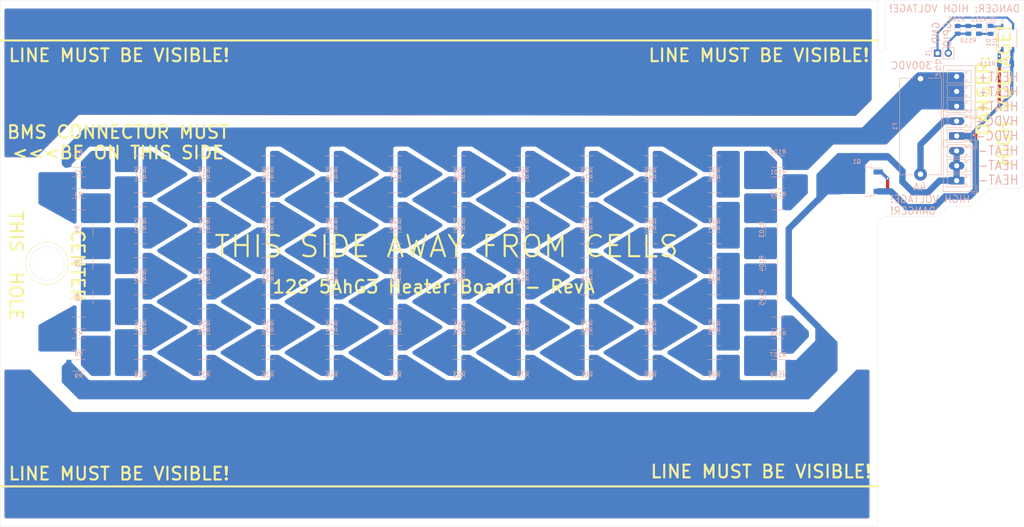
<source format=kicad_pcb>
(kicad_pcb (version 20171130) (host pcbnew "(5.1.9-0-10_14)")
  (layers (0 F.Cu signal) (31 B.Cu signal) (34 B.Paste user hide) (35 F.Paste user hide) (36 B.SilkS user) (37 F.SilkS user hide) (38 B.Mask user hide) (39 F.Mask user hide) (44 Edge.Cuts user))
  (net 0 "")
  (net 1 /HVDC_POS)
  (net 2 /HVDC_NEG)
  (net 3 "Net-(R1-Pad2)")
  (net 4 "Net-(R2-Pad2)")
  (net 5 "Net-(R3-Pad2)")
  (net 6 "Net-(R4-Pad2)")
  (net 7 "Net-(R5-Pad2)")
  (net 8 "Net-(R6-Pad2)")
  (net 9 "Net-(R7-Pad2)")
  (net 10 "Net-(R8-Pad2)")
  (net 11 "Net-(R10-Pad2)")
  (net 12 "Net-(R11-Pad2)")
  (net 13 "Net-(R12-Pad2)")
  (net 14 "Net-(R13-Pad2)")
  (net 15 "Net-(R14-Pad2)")
  (net 16 "Net-(R15-Pad2)")
  (net 17 "Net-(R16-Pad2)")
  (net 18 "Net-(R17-Pad2)")
  (net 19 "Net-(R19-Pad2)")
  (net 20 "Net-(R20-Pad2)")
  (net 21 "Net-(R21-Pad2)")
  (net 22 "Net-(R22-Pad2)")
  (net 23 "Net-(R23-Pad2)")
  (net 24 "Net-(R24-Pad2)")
  (net 25 "Net-(R25-Pad2)")
  (net 26 "Net-(R26-Pad2)")
  (net 27 "Net-(R28-Pad2)")
  (net 28 "Net-(R29-Pad2)")
  (net 29 "Net-(R30-Pad2)")
  (net 30 "Net-(R31-Pad2)")
  (net 31 "Net-(R32-Pad2)")
  (net 32 "Net-(R33-Pad2)")
  (net 33 "Net-(R34-Pad2)")
  (net 34 "Net-(R35-Pad2)")
  (net 35 "Net-(R37-Pad2)")
  (net 36 "Net-(R38-Pad2)")
  (net 37 "Net-(R39-Pad2)")
  (net 38 "Net-(R40-Pad2)")
  (net 39 "Net-(R41-Pad2)")
  (net 40 "Net-(R42-Pad2)")
  (net 41 "Net-(R43-Pad2)")
  (net 42 "Net-(R44-Pad2)")
  (net 43 "Net-(R46-Pad2)")
  (net 44 "Net-(R47-Pad2)")
  (net 45 "Net-(R48-Pad2)")
  (net 46 "Net-(R49-Pad2)")
  (net 47 "Net-(R50-Pad2)")
  (net 48 "Net-(R51-Pad2)")
  (net 49 "Net-(R52-Pad2)")
  (net 50 "Net-(R53-Pad2)")
  (net 51 "Net-(R55-Pad2)")
  (net 52 "Net-(R56-Pad2)")
  (net 53 "Net-(R57-Pad2)")
  (net 54 "Net-(R58-Pad2)")
  (net 55 "Net-(R59-Pad2)")
  (net 56 "Net-(R60-Pad2)")
  (net 57 "Net-(R61-Pad2)")
  (net 58 "Net-(R62-Pad2)")
  (net 59 "Net-(R64-Pad2)")
  (net 60 "Net-(R65-Pad2)")
  (net 61 "Net-(R66-Pad2)")
  (net 62 "Net-(R67-Pad2)")
  (net 63 "Net-(R68-Pad2)")
  (net 64 "Net-(R69-Pad2)")
  (net 65 "Net-(R70-Pad2)")
  (net 66 "Net-(R71-Pad2)")
  (net 67 "Net-(R73-Pad2)")
  (net 68 "Net-(R74-Pad2)")
  (net 69 "Net-(R75-Pad2)")
  (net 70 "Net-(R76-Pad2)")
  (net 71 "Net-(R77-Pad2)")
  (net 72 "Net-(R78-Pad2)")
  (net 73 "Net-(R79-Pad2)")
  (net 74 "Net-(R80-Pad2)")
  (net 75 "Net-(R82-Pad2)")
  (net 76 "Net-(R83-Pad2)")
  (net 77 "Net-(R84-Pad2)")
  (net 78 "Net-(R85-Pad2)")
  (net 79 "Net-(R86-Pad2)")
  (net 80 "Net-(R87-Pad2)")
  (net 81 "Net-(R88-Pad2)")
  (net 82 "Net-(R89-Pad2)")
  (net 83 "Net-(R91-Pad2)")
  (net 84 "Net-(R92-Pad2)")
  (net 85 "Net-(R93-Pad2)")
  (net 86 "Net-(R94-Pad2)")
  (net 87 "Net-(R95-Pad2)")
  (net 88 "Net-(R96-Pad2)")
  (net 89 "Net-(R97-Pad2)")
  (net 90 "Net-(R98-Pad2)")
  (net 91 "Net-(R100-Pad2)")
  (net 92 "Net-(R101-Pad2)")
  (net 93 "Net-(R102-Pad2)")
  (net 94 "Net-(R103-Pad2)")
  (net 95 "Net-(R104-Pad2)")
  (net 96 "Net-(R105-Pad2)")
  (net 97 "Net-(R106-Pad2)")
  (net 98 "Net-(R107-Pad2)")
  (net 99 /LEDn)
  (net 100 /LEDp)
  (net 101 /HVDC_POS_UNFUSED)
  (net 102 /GND_SAFE)
  (net 103 /GPIO)
  (net 104 /HVDC_NEG_SWITCHED)
  (net 105 /Q1_GATE)
  (net 106 /GPIO_L1)
  (module Resistor_SMD:R_2010_5025Metric (layer B.Cu) (at 92.5 117 180)
    (fp_text reference R2 (at 0 2.28) (layer B.SilkS) (effects (justify mirror)))
    (fp_text value 2k2)
    (pad 2 smd roundrect (at 2.3125 0 180) (size 1.225 2.65) (layers B.Cu B.Paste B.Mask) (roundrect_rratio 0.2040808163265306) (net 4 "Net-(R2-Pad2)"))
    (pad 1 smd roundrect (at -2.3125 0 180) (size 1.225 2.65) (layers B.Cu B.Paste B.Mask) (roundrect_rratio 0.2040808163265306) (net 3 "Net-(R1-Pad2)"))
  )
  (module Resistor_SMD:R_2010_5025Metric (layer B.Cu) (at 94.5 144 270)
    (fp_text reference R6 (at 0 2.28 270) (layer B.SilkS) (effects (justify mirror)))
    (fp_text value 2k2)
    (pad 2 smd roundrect (at 2.3125 0 270) (size 1.225 2.65) (layers B.Cu B.Paste B.Mask) (roundrect_rratio 0.2040808163265306) (net 8 "Net-(R6-Pad2)"))
    (pad 1 smd roundrect (at -2.3125 0 270) (size 1.225 2.65) (layers B.Cu B.Paste B.Mask) (roundrect_rratio 0.2040808163265306) (net 7 "Net-(R5-Pad2)"))
  )
  (module Resistor_SMD:R_2010_5025Metric (layer B.Cu) (at 107 124)
    (fp_text reference R12 (at 0 2.28) (layer B.SilkS) (effects (justify mirror)))
    (fp_text value 2k2)
    (pad 2 smd roundrect (at 2.3125 0) (size 1.225 2.65) (layers B.Cu B.Paste B.Mask) (roundrect_rratio 0.2040808163265306) (net 13 "Net-(R12-Pad2)"))
    (pad 1 smd roundrect (at -2.3125 0) (size 1.225 2.65) (layers B.Cu B.Paste B.Mask) (roundrect_rratio 0.2040808163265306) (net 12 "Net-(R11-Pad2)"))
  )
  (module Resistor_SMD:R_2010_5025Metric (layer B.Cu) (at 122 118 180)
    (fp_text reference R20 (at 0 2.28) (layer B.SilkS) (effects (justify mirror)))
    (fp_text value 2k2)
    (pad 2 smd roundrect (at 2.3125 0 180) (size 1.225 2.65) (layers B.Cu B.Paste B.Mask) (roundrect_rratio 0.2040808163265306) (net 20 "Net-(R20-Pad2)"))
    (pad 1 smd roundrect (at -2.3125 0 180) (size 1.225 2.65) (layers B.Cu B.Paste B.Mask) (roundrect_rratio 0.2040808163265306) (net 19 "Net-(R19-Pad2)"))
  )
  (module Resistor_SMD:R_2010_5025Metric (layer B.Cu) (at 137 118 180)
    (fp_text reference R29 (at 0 2.28) (layer B.SilkS) (effects (justify mirror)))
    (fp_text value 2k2)
    (pad 1 smd roundrect (at -2.3125 0 180) (size 1.225 2.65) (layers B.Cu B.Paste B.Mask) (roundrect_rratio 0.2040808163265306) (net 27 "Net-(R28-Pad2)"))
    (pad 2 smd roundrect (at 2.3125 0 180) (size 1.225 2.65) (layers B.Cu B.Paste B.Mask) (roundrect_rratio 0.2040808163265306) (net 28 "Net-(R29-Pad2)"))
  )
  (module Resistor_SMD:R_2010_5025Metric (layer B.Cu) (at 152 130 180)
    (fp_text reference R40 (at 0 2.28) (layer B.SilkS) (effects (justify mirror)))
    (fp_text value 2k2)
    (pad 2 smd roundrect (at 2.3125 0 180) (size 1.225 2.65) (layers B.Cu B.Paste B.Mask) (roundrect_rratio 0.2040808163265306) (net 38 "Net-(R40-Pad2)"))
    (pad 1 smd roundrect (at -2.3125 0 180) (size 1.225 2.65) (layers B.Cu B.Paste B.Mask) (roundrect_rratio 0.2040808163265306) (net 37 "Net-(R39-Pad2)"))
  )
  (module Resistor_SMD:R_2010_5025Metric (layer B.Cu) (at 167 154 180)
    (fp_text reference R53 (at 0 2.28) (layer B.SilkS) (effects (justify mirror)))
    (fp_text value 2k2)
    (pad 1 smd roundrect (at -2.3125 0 180) (size 1.225 2.65) (layers B.Cu B.Paste B.Mask) (roundrect_rratio 0.2040808163265306) (net 49 "Net-(R52-Pad2)"))
    (pad 2 smd roundrect (at 2.3125 0 180) (size 1.225 2.65) (layers B.Cu B.Paste B.Mask) (roundrect_rratio 0.2040808163265306) (net 50 "Net-(R53-Pad2)"))
  )
  (module Resistor_SMD:R_2010_5025Metric (layer B.Cu) (at 197 130 180)
    (fp_text reference R67 (at 0 2.28) (layer B.SilkS) (effects (justify mirror)))
    (fp_text value 2k2)
    (pad 1 smd roundrect (at -2.3125 0 180) (size 1.225 2.65) (layers B.Cu B.Paste B.Mask) (roundrect_rratio 0.2040808163265306) (net 61 "Net-(R66-Pad2)"))
    (pad 2 smd roundrect (at 2.3125 0 180) (size 1.225 2.65) (layers B.Cu B.Paste B.Mask) (roundrect_rratio 0.2040808163265306) (net 62 "Net-(R67-Pad2)"))
  )
  (module Resistor_SMD:R_2010_5025Metric (layer B.Cu) (at 242 136)
    (fp_text reference R95 (at 0 2.28) (layer B.SilkS) (effects (justify mirror)))
    (fp_text value 2k2)
    (pad 1 smd roundrect (at -2.3125 0) (size 1.225 2.65) (layers B.Cu B.Paste B.Mask) (roundrect_rratio 0.2040808163265306) (net 86 "Net-(R94-Pad2)"))
    (pad 2 smd roundrect (at 2.3125 0) (size 1.225 2.65) (layers B.Cu B.Paste B.Mask) (roundrect_rratio 0.2040808163265306) (net 87 "Net-(R95-Pad2)"))
  )
  (module Resistor_SMD:R_2010_5025Metric (layer B.Cu) (at 92.5 112)
    (fp_text reference R1 (at 0 -2.25) (layer B.SilkS) (effects (justify mirror)))
    (fp_text value 2k2)
    (pad 1 smd roundrect (at -2.3125 0) (size 1.225 2.65) (layers B.Cu B.Paste B.Mask) (roundrect_rratio 0.2040808163265306) (net 1 /HVDC_POS))
    (pad 2 smd roundrect (at 2.3125 0) (size 1.225 2.65) (layers B.Cu B.Paste B.Mask) (roundrect_rratio 0.2040808163265306) (net 3 "Net-(R1-Pad2)"))
  )
  (module Resistor_SMD:R_2010_5025Metric (layer B.Cu) (at 92.5 122)
    (fp_text reference R3 (at 0 -2.25) (layer B.SilkS) (effects (justify mirror)))
    (fp_text value 2k2)
    (pad 1 smd roundrect (at -2.3125 0) (size 1.225 2.65) (layers B.Cu B.Paste B.Mask) (roundrect_rratio 0.2040808163265306) (net 4 "Net-(R2-Pad2)"))
    (pad 2 smd roundrect (at 2.3125 0) (size 1.225 2.65) (layers B.Cu B.Paste B.Mask) (roundrect_rratio 0.2040808163265306) (net 5 "Net-(R3-Pad2)"))
  )
  (module Resistor_SMD:R_2010_5025Metric (layer B.Cu) (at 94.5 128 270)
    (fp_text reference R4 (at 0 2.28 270) (layer B.SilkS) (effects (justify mirror)))
    (fp_text value 2k2)
    (pad 2 smd roundrect (at 2.3125 0 270) (size 1.225 2.65) (layers B.Cu B.Paste B.Mask) (roundrect_rratio 0.2040808163265306) (net 6 "Net-(R4-Pad2)"))
    (pad 1 smd roundrect (at -2.3125 0 270) (size 1.225 2.65) (layers B.Cu B.Paste B.Mask) (roundrect_rratio 0.2040808163265306) (net 5 "Net-(R3-Pad2)"))
  )
  (module Resistor_SMD:R_2010_5025Metric (layer B.Cu) (at 94.5 136 270)
    (fp_text reference R5 (at 0 2.28 270) (layer B.SilkS) (effects (justify mirror)))
    (fp_text value 2k2)
    (pad 1 smd roundrect (at -2.3125 0 270) (size 1.225 2.65) (layers B.Cu B.Paste B.Mask) (roundrect_rratio 0.2040808163265306) (net 6 "Net-(R4-Pad2)"))
    (pad 2 smd roundrect (at 2.3125 0 270) (size 1.225 2.65) (layers B.Cu B.Paste B.Mask) (roundrect_rratio 0.2040808163265306) (net 7 "Net-(R5-Pad2)"))
  )
  (module Resistor_SMD:R_2010_5025Metric (layer B.Cu) (at 92.5 150 180)
    (fp_text reference R7 (at 0 -2.5) (layer B.SilkS) (effects (justify mirror)))
    (fp_text value 2k2)
    (pad 1 smd roundrect (at -2.3125 0 180) (size 1.225 2.65) (layers B.Cu B.Paste B.Mask) (roundrect_rratio 0.2040808163265306) (net 8 "Net-(R6-Pad2)"))
    (pad 2 smd roundrect (at 2.3125 0 180) (size 1.225 2.65) (layers B.Cu B.Paste B.Mask) (roundrect_rratio 0.2040808163265306) (net 9 "Net-(R7-Pad2)"))
  )
  (module Resistor_SMD:R_2010_5025Metric (layer B.Cu) (at 92.5 155)
    (fp_text reference R8 (at 0 2.28) (layer B.SilkS) (effects (justify mirror)))
    (fp_text value 2k2)
    (pad 2 smd roundrect (at 2.3125 0) (size 1.225 2.65) (layers B.Cu B.Paste B.Mask) (roundrect_rratio 0.2040808163265306) (net 10 "Net-(R8-Pad2)"))
    (pad 1 smd roundrect (at -2.3125 0) (size 1.225 2.65) (layers B.Cu B.Paste B.Mask) (roundrect_rratio 0.2040808163265306) (net 9 "Net-(R7-Pad2)"))
  )
  (module Resistor_SMD:R_2010_5025Metric (layer B.Cu) (at 92.5 160 180)
    (fp_text reference R9 (at 0 -2.5) (layer B.SilkS) (effects (justify mirror)))
    (fp_text value 2k2)
    (pad 1 smd roundrect (at -2.3125 0 180) (size 1.225 2.65) (layers B.Cu B.Paste B.Mask) (roundrect_rratio 0.2040808163265306) (net 10 "Net-(R8-Pad2)"))
    (pad 2 smd roundrect (at 2.3125 0 180) (size 1.225 2.65) (layers B.Cu B.Paste B.Mask) (roundrect_rratio 0.2040808163265306) (net 104 /HVDC_NEG_SWITCHED))
  )
  (module Resistor_SMD:R_2010_5025Metric (layer B.Cu) (at 107 112)
    (fp_text reference R10 (at 0 2.28) (layer B.SilkS) (effects (justify mirror)))
    (fp_text value 2k2)
    (pad 2 smd roundrect (at 2.3125 0) (size 1.225 2.65) (layers B.Cu B.Paste B.Mask) (roundrect_rratio 0.2040808163265306) (net 11 "Net-(R10-Pad2)"))
    (pad 1 smd roundrect (at -2.3125 0) (size 1.225 2.65) (layers B.Cu B.Paste B.Mask) (roundrect_rratio 0.2040808163265306) (net 1 /HVDC_POS))
  )
  (module Resistor_SMD:R_2010_5025Metric (layer B.Cu) (at 107 118 180)
    (fp_text reference R11 (at 0 2.28) (layer B.SilkS) (effects (justify mirror)))
    (fp_text value 2k2)
    (pad 1 smd roundrect (at -2.3125 0 180) (size 1.225 2.65) (layers B.Cu B.Paste B.Mask) (roundrect_rratio 0.2040808163265306) (net 11 "Net-(R10-Pad2)"))
    (pad 2 smd roundrect (at 2.3125 0 180) (size 1.225 2.65) (layers B.Cu B.Paste B.Mask) (roundrect_rratio 0.2040808163265306) (net 12 "Net-(R11-Pad2)"))
  )
  (module Resistor_SMD:R_2010_5025Metric (layer B.Cu) (at 107 130 180)
    (fp_text reference R13 (at 0 2.28) (layer B.SilkS) (effects (justify mirror)))
    (fp_text value 2k2)
    (pad 1 smd roundrect (at -2.3125 0 180) (size 1.225 2.65) (layers B.Cu B.Paste B.Mask) (roundrect_rratio 0.2040808163265306) (net 13 "Net-(R12-Pad2)"))
    (pad 2 smd roundrect (at 2.3125 0 180) (size 1.225 2.65) (layers B.Cu B.Paste B.Mask) (roundrect_rratio 0.2040808163265306) (net 14 "Net-(R13-Pad2)"))
  )
  (module Resistor_SMD:R_2010_5025Metric (layer B.Cu) (at 107 136)
    (fp_text reference R14 (at 0 2.28) (layer B.SilkS) (effects (justify mirror)))
    (fp_text value 2k2)
    (pad 2 smd roundrect (at 2.3125 0) (size 1.225 2.65) (layers B.Cu B.Paste B.Mask) (roundrect_rratio 0.2040808163265306) (net 15 "Net-(R14-Pad2)"))
    (pad 1 smd roundrect (at -2.3125 0) (size 1.225 2.65) (layers B.Cu B.Paste B.Mask) (roundrect_rratio 0.2040808163265306) (net 14 "Net-(R13-Pad2)"))
  )
  (module Resistor_SMD:R_2010_5025Metric (layer B.Cu) (at 107 142 180)
    (fp_text reference R15 (at 0 2.28) (layer B.SilkS) (effects (justify mirror)))
    (fp_text value 2k2)
    (pad 1 smd roundrect (at -2.3125 0 180) (size 1.225 2.65) (layers B.Cu B.Paste B.Mask) (roundrect_rratio 0.2040808163265306) (net 15 "Net-(R14-Pad2)"))
    (pad 2 smd roundrect (at 2.3125 0 180) (size 1.225 2.65) (layers B.Cu B.Paste B.Mask) (roundrect_rratio 0.2040808163265306) (net 16 "Net-(R15-Pad2)"))
  )
  (module Resistor_SMD:R_2010_5025Metric (layer B.Cu) (at 107 148)
    (fp_text reference R16 (at 0 2.28) (layer B.SilkS) (effects (justify mirror)))
    (fp_text value 2k2)
    (pad 2 smd roundrect (at 2.3125 0) (size 1.225 2.65) (layers B.Cu B.Paste B.Mask) (roundrect_rratio 0.2040808163265306) (net 17 "Net-(R16-Pad2)"))
    (pad 1 smd roundrect (at -2.3125 0) (size 1.225 2.65) (layers B.Cu B.Paste B.Mask) (roundrect_rratio 0.2040808163265306) (net 16 "Net-(R15-Pad2)"))
  )
  (module Resistor_SMD:R_2010_5025Metric (layer B.Cu) (at 107 154 180)
    (fp_text reference R17 (at 0 2.28) (layer B.SilkS) (effects (justify mirror)))
    (fp_text value 2k2)
    (pad 1 smd roundrect (at -2.3125 0 180) (size 1.225 2.65) (layers B.Cu B.Paste B.Mask) (roundrect_rratio 0.2040808163265306) (net 17 "Net-(R16-Pad2)"))
    (pad 2 smd roundrect (at 2.3125 0 180) (size 1.225 2.65) (layers B.Cu B.Paste B.Mask) (roundrect_rratio 0.2040808163265306) (net 18 "Net-(R17-Pad2)"))
  )
  (module Resistor_SMD:R_2010_5025Metric (layer B.Cu) (at 107 160)
    (fp_text reference R18 (at 0 2.28) (layer B.SilkS) (effects (justify mirror)))
    (fp_text value 2k2)
    (pad 2 smd roundrect (at 2.3125 0) (size 1.225 2.65) (layers B.Cu B.Paste B.Mask) (roundrect_rratio 0.2040808163265306) (net 104 /HVDC_NEG_SWITCHED))
    (pad 1 smd roundrect (at -2.3125 0) (size 1.225 2.65) (layers B.Cu B.Paste B.Mask) (roundrect_rratio 0.2040808163265306) (net 18 "Net-(R17-Pad2)"))
  )
  (module Resistor_SMD:R_2010_5025Metric (layer B.Cu) (at 122 112)
    (fp_text reference R19 (at 0 2.28) (layer B.SilkS) (effects (justify mirror)))
    (fp_text value 2k2)
    (pad 1 smd roundrect (at -2.3125 0) (size 1.225 2.65) (layers B.Cu B.Paste B.Mask) (roundrect_rratio 0.2040808163265306) (net 1 /HVDC_POS))
    (pad 2 smd roundrect (at 2.3125 0) (size 1.225 2.65) (layers B.Cu B.Paste B.Mask) (roundrect_rratio 0.2040808163265306) (net 19 "Net-(R19-Pad2)"))
  )
  (module Resistor_SMD:R_2010_5025Metric (layer B.Cu) (at 122 124)
    (fp_text reference R21 (at 0 2.28) (layer B.SilkS) (effects (justify mirror)))
    (fp_text value 2k2)
    (pad 1 smd roundrect (at -2.3125 0) (size 1.225 2.65) (layers B.Cu B.Paste B.Mask) (roundrect_rratio 0.2040808163265306) (net 20 "Net-(R20-Pad2)"))
    (pad 2 smd roundrect (at 2.3125 0) (size 1.225 2.65) (layers B.Cu B.Paste B.Mask) (roundrect_rratio 0.2040808163265306) (net 21 "Net-(R21-Pad2)"))
  )
  (module Resistor_SMD:R_2010_5025Metric (layer B.Cu) (at 122 130 180)
    (fp_text reference R22 (at 0 2.28) (layer B.SilkS) (effects (justify mirror)))
    (fp_text value 2k2)
    (pad 2 smd roundrect (at 2.3125 0 180) (size 1.225 2.65) (layers B.Cu B.Paste B.Mask) (roundrect_rratio 0.2040808163265306) (net 22 "Net-(R22-Pad2)"))
    (pad 1 smd roundrect (at -2.3125 0 180) (size 1.225 2.65) (layers B.Cu B.Paste B.Mask) (roundrect_rratio 0.2040808163265306) (net 21 "Net-(R21-Pad2)"))
  )
  (module Resistor_SMD:R_2010_5025Metric (layer B.Cu) (at 122 136)
    (fp_text reference R23 (at 0 2.28) (layer B.SilkS) (effects (justify mirror)))
    (fp_text value 2k2)
    (pad 1 smd roundrect (at -2.3125 0) (size 1.225 2.65) (layers B.Cu B.Paste B.Mask) (roundrect_rratio 0.2040808163265306) (net 22 "Net-(R22-Pad2)"))
    (pad 2 smd roundrect (at 2.3125 0) (size 1.225 2.65) (layers B.Cu B.Paste B.Mask) (roundrect_rratio 0.2040808163265306) (net 23 "Net-(R23-Pad2)"))
  )
  (module Resistor_SMD:R_2010_5025Metric (layer B.Cu) (at 122 142 180)
    (fp_text reference R24 (at 0 2.28) (layer B.SilkS) (effects (justify mirror)))
    (fp_text value 2k2)
    (pad 2 smd roundrect (at 2.3125 0 180) (size 1.225 2.65) (layers B.Cu B.Paste B.Mask) (roundrect_rratio 0.2040808163265306) (net 24 "Net-(R24-Pad2)"))
    (pad 1 smd roundrect (at -2.3125 0 180) (size 1.225 2.65) (layers B.Cu B.Paste B.Mask) (roundrect_rratio 0.2040808163265306) (net 23 "Net-(R23-Pad2)"))
  )
  (module Resistor_SMD:R_2010_5025Metric (layer B.Cu) (at 122 148)
    (fp_text reference R25 (at 0 2.28) (layer B.SilkS) (effects (justify mirror)))
    (fp_text value 2k2)
    (pad 1 smd roundrect (at -2.3125 0) (size 1.225 2.65) (layers B.Cu B.Paste B.Mask) (roundrect_rratio 0.2040808163265306) (net 24 "Net-(R24-Pad2)"))
    (pad 2 smd roundrect (at 2.3125 0) (size 1.225 2.65) (layers B.Cu B.Paste B.Mask) (roundrect_rratio 0.2040808163265306) (net 25 "Net-(R25-Pad2)"))
  )
  (module Resistor_SMD:R_2010_5025Metric (layer B.Cu) (at 122 154 180)
    (fp_text reference R26 (at 0 2.28) (layer B.SilkS) (effects (justify mirror)))
    (fp_text value 2k2)
    (pad 2 smd roundrect (at 2.3125 0 180) (size 1.225 2.65) (layers B.Cu B.Paste B.Mask) (roundrect_rratio 0.2040808163265306) (net 26 "Net-(R26-Pad2)"))
    (pad 1 smd roundrect (at -2.3125 0 180) (size 1.225 2.65) (layers B.Cu B.Paste B.Mask) (roundrect_rratio 0.2040808163265306) (net 25 "Net-(R25-Pad2)"))
  )
  (module Resistor_SMD:R_2010_5025Metric (layer B.Cu) (at 122 160)
    (fp_text reference R27 (at 0 2.28) (layer B.SilkS) (effects (justify mirror)))
    (fp_text value 2k2)
    (pad 1 smd roundrect (at -2.3125 0) (size 1.225 2.65) (layers B.Cu B.Paste B.Mask) (roundrect_rratio 0.2040808163265306) (net 26 "Net-(R26-Pad2)"))
    (pad 2 smd roundrect (at 2.3125 0) (size 1.225 2.65) (layers B.Cu B.Paste B.Mask) (roundrect_rratio 0.2040808163265306) (net 104 /HVDC_NEG_SWITCHED))
  )
  (module Resistor_SMD:R_2010_5025Metric (layer B.Cu) (at 137 112)
    (fp_text reference R28 (at 0 2.28) (layer B.SilkS) (effects (justify mirror)))
    (fp_text value 2k2)
    (pad 2 smd roundrect (at 2.3125 0) (size 1.225 2.65) (layers B.Cu B.Paste B.Mask) (roundrect_rratio 0.2040808163265306) (net 27 "Net-(R28-Pad2)"))
    (pad 1 smd roundrect (at -2.3125 0) (size 1.225 2.65) (layers B.Cu B.Paste B.Mask) (roundrect_rratio 0.2040808163265306) (net 1 /HVDC_POS))
  )
  (module Resistor_SMD:R_2010_5025Metric (layer B.Cu) (at 137 124)
    (fp_text reference R30 (at 0 2.28) (layer B.SilkS) (effects (justify mirror)))
    (fp_text value 2k2)
    (pad 2 smd roundrect (at 2.3125 0) (size 1.225 2.65) (layers B.Cu B.Paste B.Mask) (roundrect_rratio 0.2040808163265306) (net 29 "Net-(R30-Pad2)"))
    (pad 1 smd roundrect (at -2.3125 0) (size 1.225 2.65) (layers B.Cu B.Paste B.Mask) (roundrect_rratio 0.2040808163265306) (net 28 "Net-(R29-Pad2)"))
  )
  (module Resistor_SMD:R_2010_5025Metric (layer B.Cu) (at 137 130 180)
    (fp_text reference R31 (at 0 2.28) (layer B.SilkS) (effects (justify mirror)))
    (fp_text value 2k2)
    (pad 1 smd roundrect (at -2.3125 0 180) (size 1.225 2.65) (layers B.Cu B.Paste B.Mask) (roundrect_rratio 0.2040808163265306) (net 29 "Net-(R30-Pad2)"))
    (pad 2 smd roundrect (at 2.3125 0 180) (size 1.225 2.65) (layers B.Cu B.Paste B.Mask) (roundrect_rratio 0.2040808163265306) (net 30 "Net-(R31-Pad2)"))
  )
  (module Resistor_SMD:R_2010_5025Metric (layer B.Cu) (at 137 136)
    (fp_text reference R32 (at 0 2.28) (layer B.SilkS) (effects (justify mirror)))
    (fp_text value 2k2)
    (pad 2 smd roundrect (at 2.3125 0) (size 1.225 2.65) (layers B.Cu B.Paste B.Mask) (roundrect_rratio 0.2040808163265306) (net 31 "Net-(R32-Pad2)"))
    (pad 1 smd roundrect (at -2.3125 0) (size 1.225 2.65) (layers B.Cu B.Paste B.Mask) (roundrect_rratio 0.2040808163265306) (net 30 "Net-(R31-Pad2)"))
  )
  (module Resistor_SMD:R_2010_5025Metric (layer B.Cu) (at 137 142 180)
    (fp_text reference R33 (at 0 2.28) (layer B.SilkS) (effects (justify mirror)))
    (fp_text value 2k2)
    (pad 1 smd roundrect (at -2.3125 0 180) (size 1.225 2.65) (layers B.Cu B.Paste B.Mask) (roundrect_rratio 0.2040808163265306) (net 31 "Net-(R32-Pad2)"))
    (pad 2 smd roundrect (at 2.3125 0 180) (size 1.225 2.65) (layers B.Cu B.Paste B.Mask) (roundrect_rratio 0.2040808163265306) (net 32 "Net-(R33-Pad2)"))
  )
  (module Resistor_SMD:R_2010_5025Metric (layer B.Cu) (at 137 148)
    (fp_text reference R34 (at 0 2.28) (layer B.SilkS) (effects (justify mirror)))
    (fp_text value 2k2)
    (pad 2 smd roundrect (at 2.3125 0) (size 1.225 2.65) (layers B.Cu B.Paste B.Mask) (roundrect_rratio 0.2040808163265306) (net 33 "Net-(R34-Pad2)"))
    (pad 1 smd roundrect (at -2.3125 0) (size 1.225 2.65) (layers B.Cu B.Paste B.Mask) (roundrect_rratio 0.2040808163265306) (net 32 "Net-(R33-Pad2)"))
  )
  (module Resistor_SMD:R_2010_5025Metric (layer B.Cu) (at 137 154 180)
    (fp_text reference R35 (at 0 2.28) (layer B.SilkS) (effects (justify mirror)))
    (fp_text value 2k2)
    (pad 1 smd roundrect (at -2.3125 0 180) (size 1.225 2.65) (layers B.Cu B.Paste B.Mask) (roundrect_rratio 0.2040808163265306) (net 33 "Net-(R34-Pad2)"))
    (pad 2 smd roundrect (at 2.3125 0 180) (size 1.225 2.65) (layers B.Cu B.Paste B.Mask) (roundrect_rratio 0.2040808163265306) (net 34 "Net-(R35-Pad2)"))
  )
  (module Resistor_SMD:R_2010_5025Metric (layer B.Cu) (at 137 160)
    (fp_text reference R36 (at 0 2.28) (layer B.SilkS) (effects (justify mirror)))
    (fp_text value 2k2)
    (pad 2 smd roundrect (at 2.3125 0) (size 1.225 2.65) (layers B.Cu B.Paste B.Mask) (roundrect_rratio 0.2040808163265306) (net 104 /HVDC_NEG_SWITCHED))
    (pad 1 smd roundrect (at -2.3125 0) (size 1.225 2.65) (layers B.Cu B.Paste B.Mask) (roundrect_rratio 0.2040808163265306) (net 34 "Net-(R35-Pad2)"))
  )
  (module Resistor_SMD:R_2010_5025Metric (layer B.Cu) (at 152 112)
    (fp_text reference R37 (at 0 2.28) (layer B.SilkS) (effects (justify mirror)))
    (fp_text value 2k2)
    (pad 1 smd roundrect (at -2.3125 0) (size 1.225 2.65) (layers B.Cu B.Paste B.Mask) (roundrect_rratio 0.2040808163265306) (net 1 /HVDC_POS))
    (pad 2 smd roundrect (at 2.3125 0) (size 1.225 2.65) (layers B.Cu B.Paste B.Mask) (roundrect_rratio 0.2040808163265306) (net 35 "Net-(R37-Pad2)"))
  )
  (module Resistor_SMD:R_2010_5025Metric (layer B.Cu) (at 152 118 180)
    (fp_text reference R38 (at 0 2.28) (layer B.SilkS) (effects (justify mirror)))
    (fp_text value 2k2)
    (pad 2 smd roundrect (at 2.3125 0 180) (size 1.225 2.65) (layers B.Cu B.Paste B.Mask) (roundrect_rratio 0.2040808163265306) (net 36 "Net-(R38-Pad2)"))
    (pad 1 smd roundrect (at -2.3125 0 180) (size 1.225 2.65) (layers B.Cu B.Paste B.Mask) (roundrect_rratio 0.2040808163265306) (net 35 "Net-(R37-Pad2)"))
  )
  (module Resistor_SMD:R_2010_5025Metric (layer B.Cu) (at 152 124)
    (fp_text reference R39 (at 0 2.28) (layer B.SilkS) (effects (justify mirror)))
    (fp_text value 2k2)
    (pad 1 smd roundrect (at -2.3125 0) (size 1.225 2.65) (layers B.Cu B.Paste B.Mask) (roundrect_rratio 0.2040808163265306) (net 36 "Net-(R38-Pad2)"))
    (pad 2 smd roundrect (at 2.3125 0) (size 1.225 2.65) (layers B.Cu B.Paste B.Mask) (roundrect_rratio 0.2040808163265306) (net 37 "Net-(R39-Pad2)"))
  )
  (module Resistor_SMD:R_2010_5025Metric (layer B.Cu) (at 152 136)
    (fp_text reference R41 (at 0 2.28) (layer B.SilkS) (effects (justify mirror)))
    (fp_text value 2k2)
    (pad 1 smd roundrect (at -2.3125 0) (size 1.225 2.65) (layers B.Cu B.Paste B.Mask) (roundrect_rratio 0.2040808163265306) (net 38 "Net-(R40-Pad2)"))
    (pad 2 smd roundrect (at 2.3125 0) (size 1.225 2.65) (layers B.Cu B.Paste B.Mask) (roundrect_rratio 0.2040808163265306) (net 39 "Net-(R41-Pad2)"))
  )
  (module Resistor_SMD:R_2010_5025Metric (layer B.Cu) (at 152 142 180)
    (fp_text reference R42 (at 0 2.28) (layer B.SilkS) (effects (justify mirror)))
    (fp_text value 2k2)
    (pad 2 smd roundrect (at 2.3125 0 180) (size 1.225 2.65) (layers B.Cu B.Paste B.Mask) (roundrect_rratio 0.2040808163265306) (net 40 "Net-(R42-Pad2)"))
    (pad 1 smd roundrect (at -2.3125 0 180) (size 1.225 2.65) (layers B.Cu B.Paste B.Mask) (roundrect_rratio 0.2040808163265306) (net 39 "Net-(R41-Pad2)"))
  )
  (module Resistor_SMD:R_2010_5025Metric (layer B.Cu) (at 152 148)
    (fp_text reference R43 (at 0 2.28) (layer B.SilkS) (effects (justify mirror)))
    (fp_text value 2k2)
    (pad 1 smd roundrect (at -2.3125 0) (size 1.225 2.65) (layers B.Cu B.Paste B.Mask) (roundrect_rratio 0.2040808163265306) (net 40 "Net-(R42-Pad2)"))
    (pad 2 smd roundrect (at 2.3125 0) (size 1.225 2.65) (layers B.Cu B.Paste B.Mask) (roundrect_rratio 0.2040808163265306) (net 41 "Net-(R43-Pad2)"))
  )
  (module Resistor_SMD:R_2010_5025Metric (layer B.Cu) (at 152 154 180)
    (fp_text reference R44 (at 0 2.28) (layer B.SilkS) (effects (justify mirror)))
    (fp_text value 2k2)
    (pad 2 smd roundrect (at 2.3125 0 180) (size 1.225 2.65) (layers B.Cu B.Paste B.Mask) (roundrect_rratio 0.2040808163265306) (net 42 "Net-(R44-Pad2)"))
    (pad 1 smd roundrect (at -2.3125 0 180) (size 1.225 2.65) (layers B.Cu B.Paste B.Mask) (roundrect_rratio 0.2040808163265306) (net 41 "Net-(R43-Pad2)"))
  )
  (module Resistor_SMD:R_2010_5025Metric (layer B.Cu) (at 152 160)
    (fp_text reference R45 (at 0 2.28) (layer B.SilkS) (effects (justify mirror)))
    (fp_text value 2k2)
    (pad 1 smd roundrect (at -2.3125 0) (size 1.225 2.65) (layers B.Cu B.Paste B.Mask) (roundrect_rratio 0.2040808163265306) (net 42 "Net-(R44-Pad2)"))
    (pad 2 smd roundrect (at 2.3125 0) (size 1.225 2.65) (layers B.Cu B.Paste B.Mask) (roundrect_rratio 0.2040808163265306) (net 104 /HVDC_NEG_SWITCHED))
  )
  (module Resistor_SMD:R_2010_5025Metric (layer B.Cu) (at 167 112)
    (fp_text reference R46 (at 0 2.28) (layer B.SilkS) (effects (justify mirror)))
    (fp_text value 2k2)
    (pad 2 smd roundrect (at 2.3125 0) (size 1.225 2.65) (layers B.Cu B.Paste B.Mask) (roundrect_rratio 0.2040808163265306) (net 43 "Net-(R46-Pad2)"))
    (pad 1 smd roundrect (at -2.3125 0) (size 1.225 2.65) (layers B.Cu B.Paste B.Mask) (roundrect_rratio 0.2040808163265306) (net 1 /HVDC_POS))
  )
  (module Resistor_SMD:R_2010_5025Metric (layer B.Cu) (at 167 118 180)
    (fp_text reference R47 (at 0 2.28) (layer B.SilkS) (effects (justify mirror)))
    (fp_text value 2k2)
    (pad 1 smd roundrect (at -2.3125 0 180) (size 1.225 2.65) (layers B.Cu B.Paste B.Mask) (roundrect_rratio 0.2040808163265306) (net 43 "Net-(R46-Pad2)"))
    (pad 2 smd roundrect (at 2.3125 0 180) (size 1.225 2.65) (layers B.Cu B.Paste B.Mask) (roundrect_rratio 0.2040808163265306) (net 44 "Net-(R47-Pad2)"))
  )
  (module Resistor_SMD:R_2010_5025Metric (layer B.Cu) (at 167 124)
    (fp_text reference R48 (at 0 2.28) (layer B.SilkS) (effects (justify mirror)))
    (fp_text value 2k2)
    (pad 2 smd roundrect (at 2.3125 0) (size 1.225 2.65) (layers B.Cu B.Paste B.Mask) (roundrect_rratio 0.2040808163265306) (net 45 "Net-(R48-Pad2)"))
    (pad 1 smd roundrect (at -2.3125 0) (size 1.225 2.65) (layers B.Cu B.Paste B.Mask) (roundrect_rratio 0.2040808163265306) (net 44 "Net-(R47-Pad2)"))
  )
  (module Resistor_SMD:R_2010_5025Metric (layer B.Cu) (at 167 130 180)
    (fp_text reference R49 (at 0 2.28) (layer B.SilkS) (effects (justify mirror)))
    (fp_text value 2k2)
    (pad 1 smd roundrect (at -2.3125 0 180) (size 1.225 2.65) (layers B.Cu B.Paste B.Mask) (roundrect_rratio 0.2040808163265306) (net 45 "Net-(R48-Pad2)"))
    (pad 2 smd roundrect (at 2.3125 0 180) (size 1.225 2.65) (layers B.Cu B.Paste B.Mask) (roundrect_rratio 0.2040808163265306) (net 46 "Net-(R49-Pad2)"))
  )
  (module Resistor_SMD:R_2010_5025Metric (layer B.Cu) (at 167 136)
    (fp_text reference R50 (at 0 2.28) (layer B.SilkS) (effects (justify mirror)))
    (fp_text value 2k2)
    (pad 2 smd roundrect (at 2.3125 0) (size 1.225 2.65) (layers B.Cu B.Paste B.Mask) (roundrect_rratio 0.2040808163265306) (net 47 "Net-(R50-Pad2)"))
    (pad 1 smd roundrect (at -2.3125 0) (size 1.225 2.65) (layers B.Cu B.Paste B.Mask) (roundrect_rratio 0.2040808163265306) (net 46 "Net-(R49-Pad2)"))
  )
  (module Resistor_SMD:R_2010_5025Metric (layer B.Cu) (at 167 142 180)
    (fp_text reference R51 (at 0 2.28) (layer B.SilkS) (effects (justify mirror)))
    (fp_text value 2k2)
    (pad 1 smd roundrect (at -2.3125 0 180) (size 1.225 2.65) (layers B.Cu B.Paste B.Mask) (roundrect_rratio 0.2040808163265306) (net 47 "Net-(R50-Pad2)"))
    (pad 2 smd roundrect (at 2.3125 0 180) (size 1.225 2.65) (layers B.Cu B.Paste B.Mask) (roundrect_rratio 0.2040808163265306) (net 48 "Net-(R51-Pad2)"))
  )
  (module Resistor_SMD:R_2010_5025Metric (layer B.Cu) (at 167 148)
    (fp_text reference R52 (at 0 2.28) (layer B.SilkS) (effects (justify mirror)))
    (fp_text value 2k2)
    (pad 2 smd roundrect (at 2.3125 0) (size 1.225 2.65) (layers B.Cu B.Paste B.Mask) (roundrect_rratio 0.2040808163265306) (net 49 "Net-(R52-Pad2)"))
    (pad 1 smd roundrect (at -2.3125 0) (size 1.225 2.65) (layers B.Cu B.Paste B.Mask) (roundrect_rratio 0.2040808163265306) (net 48 "Net-(R51-Pad2)"))
  )
  (module Resistor_SMD:R_2010_5025Metric (layer B.Cu) (at 167 160)
    (fp_text reference R54 (at 0 2.28) (layer B.SilkS) (effects (justify mirror)))
    (fp_text value 2k2)
    (pad 2 smd roundrect (at 2.3125 0) (size 1.225 2.65) (layers B.Cu B.Paste B.Mask) (roundrect_rratio 0.2040808163265306) (net 104 /HVDC_NEG_SWITCHED))
    (pad 1 smd roundrect (at -2.3125 0) (size 1.225 2.65) (layers B.Cu B.Paste B.Mask) (roundrect_rratio 0.2040808163265306) (net 50 "Net-(R53-Pad2)"))
  )
  (module Resistor_SMD:R_2010_5025Metric (layer B.Cu) (at 182 112)
    (fp_text reference R55 (at 0 2.28) (layer B.SilkS) (effects (justify mirror)))
    (fp_text value 2k2)
    (pad 1 smd roundrect (at -2.3125 0) (size 1.225 2.65) (layers B.Cu B.Paste B.Mask) (roundrect_rratio 0.2040808163265306) (net 1 /HVDC_POS))
    (pad 2 smd roundrect (at 2.3125 0) (size 1.225 2.65) (layers B.Cu B.Paste B.Mask) (roundrect_rratio 0.2040808163265306) (net 51 "Net-(R55-Pad2)"))
  )
  (module Resistor_SMD:R_2010_5025Metric (layer B.Cu) (at 182 118 180)
    (fp_text reference R56 (at 0 2.28) (layer B.SilkS) (effects (justify mirror)))
    (fp_text value 2k2)
    (pad 2 smd roundrect (at 2.3125 0 180) (size 1.225 2.65) (layers B.Cu B.Paste B.Mask) (roundrect_rratio 0.2040808163265306) (net 52 "Net-(R56-Pad2)"))
    (pad 1 smd roundrect (at -2.3125 0 180) (size 1.225 2.65) (layers B.Cu B.Paste B.Mask) (roundrect_rratio 0.2040808163265306) (net 51 "Net-(R55-Pad2)"))
  )
  (module Resistor_SMD:R_2010_5025Metric (layer B.Cu) (at 182 124)
    (fp_text reference R57 (at 0 2.28) (layer B.SilkS) (effects (justify mirror)))
    (fp_text value 2k2)
    (pad 1 smd roundrect (at -2.3125 0) (size 1.225 2.65) (layers B.Cu B.Paste B.Mask) (roundrect_rratio 0.2040808163265306) (net 52 "Net-(R56-Pad2)"))
    (pad 2 smd roundrect (at 2.3125 0) (size 1.225 2.65) (layers B.Cu B.Paste B.Mask) (roundrect_rratio 0.2040808163265306) (net 53 "Net-(R57-Pad2)"))
  )
  (module Resistor_SMD:R_2010_5025Metric (layer B.Cu) (at 182 130 180)
    (fp_text reference R58 (at 0 2.28) (layer B.SilkS) (effects (justify mirror)))
    (fp_text value 2k2)
    (pad 2 smd roundrect (at 2.3125 0 180) (size 1.225 2.65) (layers B.Cu B.Paste B.Mask) (roundrect_rratio 0.2040808163265306) (net 54 "Net-(R58-Pad2)"))
    (pad 1 smd roundrect (at -2.3125 0 180) (size 1.225 2.65) (layers B.Cu B.Paste B.Mask) (roundrect_rratio 0.2040808163265306) (net 53 "Net-(R57-Pad2)"))
  )
  (module Resistor_SMD:R_2010_5025Metric (layer B.Cu) (at 182 136)
    (fp_text reference R59 (at 0 2.28) (layer B.SilkS) (effects (justify mirror)))
    (fp_text value 2k2)
    (pad 1 smd roundrect (at -2.3125 0) (size 1.225 2.65) (layers B.Cu B.Paste B.Mask) (roundrect_rratio 0.2040808163265306) (net 54 "Net-(R58-Pad2)"))
    (pad 2 smd roundrect (at 2.3125 0) (size 1.225 2.65) (layers B.Cu B.Paste B.Mask) (roundrect_rratio 0.2040808163265306) (net 55 "Net-(R59-Pad2)"))
  )
  (module Resistor_SMD:R_2010_5025Metric (layer B.Cu) (at 182 142 180)
    (fp_text reference R60 (at 0 2.28) (layer B.SilkS) (effects (justify mirror)))
    (fp_text value 2k2)
    (pad 2 smd roundrect (at 2.3125 0 180) (size 1.225 2.65) (layers B.Cu B.Paste B.Mask) (roundrect_rratio 0.2040808163265306) (net 56 "Net-(R60-Pad2)"))
    (pad 1 smd roundrect (at -2.3125 0 180) (size 1.225 2.65) (layers B.Cu B.Paste B.Mask) (roundrect_rratio 0.2040808163265306) (net 55 "Net-(R59-Pad2)"))
  )
  (module Resistor_SMD:R_2010_5025Metric (layer B.Cu) (at 182 148)
    (fp_text reference R61 (at 0 2.28) (layer B.SilkS) (effects (justify mirror)))
    (fp_text value 2k2)
    (pad 1 smd roundrect (at -2.3125 0) (size 1.225 2.65) (layers B.Cu B.Paste B.Mask) (roundrect_rratio 0.2040808163265306) (net 56 "Net-(R60-Pad2)"))
    (pad 2 smd roundrect (at 2.3125 0) (size 1.225 2.65) (layers B.Cu B.Paste B.Mask) (roundrect_rratio 0.2040808163265306) (net 57 "Net-(R61-Pad2)"))
  )
  (module Resistor_SMD:R_2010_5025Metric (layer B.Cu) (at 182 154 180)
    (fp_text reference R62 (at 0 2.28) (layer B.SilkS) (effects (justify mirror)))
    (fp_text value 2k2)
    (pad 2 smd roundrect (at 2.3125 0 180) (size 1.225 2.65) (layers B.Cu B.Paste B.Mask) (roundrect_rratio 0.2040808163265306) (net 58 "Net-(R62-Pad2)"))
    (pad 1 smd roundrect (at -2.3125 0 180) (size 1.225 2.65) (layers B.Cu B.Paste B.Mask) (roundrect_rratio 0.2040808163265306) (net 57 "Net-(R61-Pad2)"))
  )
  (module Resistor_SMD:R_2010_5025Metric (layer B.Cu) (at 182 160)
    (fp_text reference R63 (at 0 2.28) (layer B.SilkS) (effects (justify mirror)))
    (fp_text value 2k2)
    (pad 1 smd roundrect (at -2.3125 0) (size 1.225 2.65) (layers B.Cu B.Paste B.Mask) (roundrect_rratio 0.2040808163265306) (net 58 "Net-(R62-Pad2)"))
    (pad 2 smd roundrect (at 2.3125 0) (size 1.225 2.65) (layers B.Cu B.Paste B.Mask) (roundrect_rratio 0.2040808163265306) (net 104 /HVDC_NEG_SWITCHED))
  )
  (module Resistor_SMD:R_2010_5025Metric (layer B.Cu) (at 197 112)
    (fp_text reference R64 (at 0 2.28) (layer B.SilkS) (effects (justify mirror)))
    (fp_text value 2k2)
    (pad 2 smd roundrect (at 2.3125 0) (size 1.225 2.65) (layers B.Cu B.Paste B.Mask) (roundrect_rratio 0.2040808163265306) (net 59 "Net-(R64-Pad2)"))
    (pad 1 smd roundrect (at -2.3125 0) (size 1.225 2.65) (layers B.Cu B.Paste B.Mask) (roundrect_rratio 0.2040808163265306) (net 1 /HVDC_POS))
  )
  (module Resistor_SMD:R_2010_5025Metric (layer B.Cu) (at 197 118 180)
    (fp_text reference R65 (at 0 2.28) (layer B.SilkS) (effects (justify mirror)))
    (fp_text value 2k2)
    (pad 1 smd roundrect (at -2.3125 0 180) (size 1.225 2.65) (layers B.Cu B.Paste B.Mask) (roundrect_rratio 0.2040808163265306) (net 59 "Net-(R64-Pad2)"))
    (pad 2 smd roundrect (at 2.3125 0 180) (size 1.225 2.65) (layers B.Cu B.Paste B.Mask) (roundrect_rratio 0.2040808163265306) (net 60 "Net-(R65-Pad2)"))
  )
  (module Resistor_SMD:R_2010_5025Metric (layer B.Cu) (at 197 124)
    (fp_text reference R66 (at 0 2.28) (layer B.SilkS) (effects (justify mirror)))
    (fp_text value 2k2)
    (pad 2 smd roundrect (at 2.3125 0) (size 1.225 2.65) (layers B.Cu B.Paste B.Mask) (roundrect_rratio 0.2040808163265306) (net 61 "Net-(R66-Pad2)"))
    (pad 1 smd roundrect (at -2.3125 0) (size 1.225 2.65) (layers B.Cu B.Paste B.Mask) (roundrect_rratio 0.2040808163265306) (net 60 "Net-(R65-Pad2)"))
  )
  (module Resistor_SMD:R_2010_5025Metric (layer B.Cu) (at 197 136)
    (fp_text reference R68 (at 0 2.28) (layer B.SilkS) (effects (justify mirror)))
    (fp_text value 2k2)
    (pad 2 smd roundrect (at 2.3125 0) (size 1.225 2.65) (layers B.Cu B.Paste B.Mask) (roundrect_rratio 0.2040808163265306) (net 63 "Net-(R68-Pad2)"))
    (pad 1 smd roundrect (at -2.3125 0) (size 1.225 2.65) (layers B.Cu B.Paste B.Mask) (roundrect_rratio 0.2040808163265306) (net 62 "Net-(R67-Pad2)"))
  )
  (module Resistor_SMD:R_2010_5025Metric (layer B.Cu) (at 197 142 180)
    (fp_text reference R69 (at 0 2.28) (layer B.SilkS) (effects (justify mirror)))
    (fp_text value 2k2)
    (pad 1 smd roundrect (at -2.3125 0 180) (size 1.225 2.65) (layers B.Cu B.Paste B.Mask) (roundrect_rratio 0.2040808163265306) (net 63 "Net-(R68-Pad2)"))
    (pad 2 smd roundrect (at 2.3125 0 180) (size 1.225 2.65) (layers B.Cu B.Paste B.Mask) (roundrect_rratio 0.2040808163265306) (net 64 "Net-(R69-Pad2)"))
  )
  (module Resistor_SMD:R_2010_5025Metric (layer B.Cu) (at 197 148)
    (fp_text reference R70 (at 0 2.28) (layer B.SilkS) (effects (justify mirror)))
    (fp_text value 2k2)
    (pad 2 smd roundrect (at 2.3125 0) (size 1.225 2.65) (layers B.Cu B.Paste B.Mask) (roundrect_rratio 0.2040808163265306) (net 65 "Net-(R70-Pad2)"))
    (pad 1 smd roundrect (at -2.3125 0) (size 1.225 2.65) (layers B.Cu B.Paste B.Mask) (roundrect_rratio 0.2040808163265306) (net 64 "Net-(R69-Pad2)"))
  )
  (module Resistor_SMD:R_2010_5025Metric (layer B.Cu) (at 197 154 180)
    (fp_text reference R71 (at 0 2.28) (layer B.SilkS) (effects (justify mirror)))
    (fp_text value 2k2)
    (pad 1 smd roundrect (at -2.3125 0 180) (size 1.225 2.65) (layers B.Cu B.Paste B.Mask) (roundrect_rratio 0.2040808163265306) (net 65 "Net-(R70-Pad2)"))
    (pad 2 smd roundrect (at 2.3125 0 180) (size 1.225 2.65) (layers B.Cu B.Paste B.Mask) (roundrect_rratio 0.2040808163265306) (net 66 "Net-(R71-Pad2)"))
  )
  (module Resistor_SMD:R_2010_5025Metric (layer B.Cu) (at 197 160)
    (fp_text reference R72 (at 0 2.28) (layer B.SilkS) (effects (justify mirror)))
    (fp_text value 2k2)
    (pad 2 smd roundrect (at 2.3125 0) (size 1.225 2.65) (layers B.Cu B.Paste B.Mask) (roundrect_rratio 0.2040808163265306) (net 104 /HVDC_NEG_SWITCHED))
    (pad 1 smd roundrect (at -2.3125 0) (size 1.225 2.65) (layers B.Cu B.Paste B.Mask) (roundrect_rratio 0.2040808163265306) (net 66 "Net-(R71-Pad2)"))
  )
  (module Resistor_SMD:R_2010_5025Metric (layer B.Cu) (at 212 112)
    (fp_text reference R73 (at 0 2.28) (layer B.SilkS) (effects (justify mirror)))
    (fp_text value 2k2)
    (pad 1 smd roundrect (at -2.3125 0) (size 1.225 2.65) (layers B.Cu B.Paste B.Mask) (roundrect_rratio 0.2040808163265306) (net 1 /HVDC_POS))
    (pad 2 smd roundrect (at 2.3125 0) (size 1.225 2.65) (layers B.Cu B.Paste B.Mask) (roundrect_rratio 0.2040808163265306) (net 67 "Net-(R73-Pad2)"))
  )
  (module Resistor_SMD:R_2010_5025Metric (layer B.Cu) (at 212 118 180)
    (fp_text reference R74 (at 0 2.28) (layer B.SilkS) (effects (justify mirror)))
    (fp_text value 2k2)
    (pad 2 smd roundrect (at 2.3125 0 180) (size 1.225 2.65) (layers B.Cu B.Paste B.Mask) (roundrect_rratio 0.2040808163265306) (net 68 "Net-(R74-Pad2)"))
    (pad 1 smd roundrect (at -2.3125 0 180) (size 1.225 2.65) (layers B.Cu B.Paste B.Mask) (roundrect_rratio 0.2040808163265306) (net 67 "Net-(R73-Pad2)"))
  )
  (module Resistor_SMD:R_2010_5025Metric (layer B.Cu) (at 212 124)
    (fp_text reference R75 (at 0 2.28) (layer B.SilkS) (effects (justify mirror)))
    (fp_text value 2k2)
    (pad 1 smd roundrect (at -2.3125 0) (size 1.225 2.65) (layers B.Cu B.Paste B.Mask) (roundrect_rratio 0.2040808163265306) (net 68 "Net-(R74-Pad2)"))
    (pad 2 smd roundrect (at 2.3125 0) (size 1.225 2.65) (layers B.Cu B.Paste B.Mask) (roundrect_rratio 0.2040808163265306) (net 69 "Net-(R75-Pad2)"))
  )
  (module Resistor_SMD:R_2010_5025Metric (layer B.Cu) (at 212 130 180)
    (fp_text reference R76 (at 0 2.28) (layer B.SilkS) (effects (justify mirror)))
    (fp_text value 2k2)
    (pad 2 smd roundrect (at 2.3125 0 180) (size 1.225 2.65) (layers B.Cu B.Paste B.Mask) (roundrect_rratio 0.2040808163265306) (net 70 "Net-(R76-Pad2)"))
    (pad 1 smd roundrect (at -2.3125 0 180) (size 1.225 2.65) (layers B.Cu B.Paste B.Mask) (roundrect_rratio 0.2040808163265306) (net 69 "Net-(R75-Pad2)"))
  )
  (module Resistor_SMD:R_2010_5025Metric (layer B.Cu) (at 212 136)
    (fp_text reference R77 (at 0 2.28) (layer B.SilkS) (effects (justify mirror)))
    (fp_text value 2k2)
    (pad 1 smd roundrect (at -2.3125 0) (size 1.225 2.65) (layers B.Cu B.Paste B.Mask) (roundrect_rratio 0.2040808163265306) (net 70 "Net-(R76-Pad2)"))
    (pad 2 smd roundrect (at 2.3125 0) (size 1.225 2.65) (layers B.Cu B.Paste B.Mask) (roundrect_rratio 0.2040808163265306) (net 71 "Net-(R77-Pad2)"))
  )
  (module Resistor_SMD:R_2010_5025Metric (layer B.Cu) (at 212 142 180)
    (fp_text reference R78 (at 0 2.28) (layer B.SilkS) (effects (justify mirror)))
    (fp_text value 2k2)
    (pad 2 smd roundrect (at 2.3125 0 180) (size 1.225 2.65) (layers B.Cu B.Paste B.Mask) (roundrect_rratio 0.2040808163265306) (net 72 "Net-(R78-Pad2)"))
    (pad 1 smd roundrect (at -2.3125 0 180) (size 1.225 2.65) (layers B.Cu B.Paste B.Mask) (roundrect_rratio 0.2040808163265306) (net 71 "Net-(R77-Pad2)"))
  )
  (module Resistor_SMD:R_2010_5025Metric (layer B.Cu) (at 212 148)
    (fp_text reference R79 (at 0 2.28) (layer B.SilkS) (effects (justify mirror)))
    (fp_text value 2k2)
    (pad 1 smd roundrect (at -2.3125 0) (size 1.225 2.65) (layers B.Cu B.Paste B.Mask) (roundrect_rratio 0.2040808163265306) (net 72 "Net-(R78-Pad2)"))
    (pad 2 smd roundrect (at 2.3125 0) (size 1.225 2.65) (layers B.Cu B.Paste B.Mask) (roundrect_rratio 0.2040808163265306) (net 73 "Net-(R79-Pad2)"))
  )
  (module Resistor_SMD:R_2010_5025Metric (layer B.Cu) (at 212 154 180)
    (fp_text reference R80 (at 0 2.28) (layer B.SilkS) (effects (justify mirror)))
    (fp_text value 2k2)
    (pad 2 smd roundrect (at 2.3125 0 180) (size 1.225 2.65) (layers B.Cu B.Paste B.Mask) (roundrect_rratio 0.2040808163265306) (net 74 "Net-(R80-Pad2)"))
    (pad 1 smd roundrect (at -2.3125 0 180) (size 1.225 2.65) (layers B.Cu B.Paste B.Mask) (roundrect_rratio 0.2040808163265306) (net 73 "Net-(R79-Pad2)"))
  )
  (module Resistor_SMD:R_2010_5025Metric (layer B.Cu) (at 212 160)
    (fp_text reference R81 (at 0 2.28) (layer B.SilkS) (effects (justify mirror)))
    (fp_text value 2k2)
    (pad 1 smd roundrect (at -2.3125 0) (size 1.225 2.65) (layers B.Cu B.Paste B.Mask) (roundrect_rratio 0.2040808163265306) (net 74 "Net-(R80-Pad2)"))
    (pad 2 smd roundrect (at 2.3125 0) (size 1.225 2.65) (layers B.Cu B.Paste B.Mask) (roundrect_rratio 0.2040808163265306) (net 104 /HVDC_NEG_SWITCHED))
  )
  (module Resistor_SMD:R_2010_5025Metric (layer B.Cu) (at 227 112)
    (fp_text reference R82 (at 0 2.28) (layer B.SilkS) (effects (justify mirror)))
    (fp_text value 2k2)
    (pad 2 smd roundrect (at 2.3125 0) (size 1.225 2.65) (layers B.Cu B.Paste B.Mask) (roundrect_rratio 0.2040808163265306) (net 75 "Net-(R82-Pad2)"))
    (pad 1 smd roundrect (at -2.3125 0) (size 1.225 2.65) (layers B.Cu B.Paste B.Mask) (roundrect_rratio 0.2040808163265306) (net 1 /HVDC_POS))
  )
  (module Resistor_SMD:R_2010_5025Metric (layer B.Cu) (at 227 118 180)
    (fp_text reference R83 (at 0 2.28) (layer B.SilkS) (effects (justify mirror)))
    (fp_text value 2k2)
    (pad 1 smd roundrect (at -2.3125 0 180) (size 1.225 2.65) (layers B.Cu B.Paste B.Mask) (roundrect_rratio 0.2040808163265306) (net 75 "Net-(R82-Pad2)"))
    (pad 2 smd roundrect (at 2.3125 0 180) (size 1.225 2.65) (layers B.Cu B.Paste B.Mask) (roundrect_rratio 0.2040808163265306) (net 76 "Net-(R83-Pad2)"))
  )
  (module Resistor_SMD:R_2010_5025Metric (layer B.Cu) (at 227 124)
    (fp_text reference R84 (at 0 2.28) (layer B.SilkS) (effects (justify mirror)))
    (fp_text value 2k2)
    (pad 2 smd roundrect (at 2.3125 0) (size 1.225 2.65) (layers B.Cu B.Paste B.Mask) (roundrect_rratio 0.2040808163265306) (net 77 "Net-(R84-Pad2)"))
    (pad 1 smd roundrect (at -2.3125 0) (size 1.225 2.65) (layers B.Cu B.Paste B.Mask) (roundrect_rratio 0.2040808163265306) (net 76 "Net-(R83-Pad2)"))
  )
  (module Resistor_SMD:R_2010_5025Metric (layer B.Cu) (at 227 130 180)
    (fp_text reference R85 (at 0 2.28) (layer B.SilkS) (effects (justify mirror)))
    (fp_text value 2k2)
    (pad 1 smd roundrect (at -2.3125 0 180) (size 1.225 2.65) (layers B.Cu B.Paste B.Mask) (roundrect_rratio 0.2040808163265306) (net 77 "Net-(R84-Pad2)"))
    (pad 2 smd roundrect (at 2.3125 0 180) (size 1.225 2.65) (layers B.Cu B.Paste B.Mask) (roundrect_rratio 0.2040808163265306) (net 78 "Net-(R85-Pad2)"))
  )
  (module Resistor_SMD:R_2010_5025Metric (layer B.Cu) (at 227 136)
    (fp_text reference R86 (at 0 2.28) (layer B.SilkS) (effects (justify mirror)))
    (fp_text value 2k2)
    (pad 2 smd roundrect (at 2.3125 0) (size 1.225 2.65) (layers B.Cu B.Paste B.Mask) (roundrect_rratio 0.2040808163265306) (net 79 "Net-(R86-Pad2)"))
    (pad 1 smd roundrect (at -2.3125 0) (size 1.225 2.65) (layers B.Cu B.Paste B.Mask) (roundrect_rratio 0.2040808163265306) (net 78 "Net-(R85-Pad2)"))
  )
  (module Resistor_SMD:R_2010_5025Metric (layer B.Cu) (at 227.025001 142 180)
    (fp_text reference R87 (at 0 2.28) (layer B.SilkS) (effects (justify mirror)))
    (fp_text value 2k2)
    (pad 1 smd roundrect (at -2.3125 0 180) (size 1.225 2.65) (layers B.Cu B.Paste B.Mask) (roundrect_rratio 0.2040808163265306) (net 79 "Net-(R86-Pad2)"))
    (pad 2 smd roundrect (at 2.3125 0 180) (size 1.225 2.65) (layers B.Cu B.Paste B.Mask) (roundrect_rratio 0.2040808163265306) (net 80 "Net-(R87-Pad2)"))
  )
  (module Resistor_SMD:R_2010_5025Metric (layer B.Cu) (at 227 148)
    (fp_text reference R88 (at 0 2.28) (layer B.SilkS) (effects (justify mirror)))
    (fp_text value 2k2)
    (pad 2 smd roundrect (at 2.3125 0) (size 1.225 2.65) (layers B.Cu B.Paste B.Mask) (roundrect_rratio 0.2040808163265306) (net 81 "Net-(R88-Pad2)"))
    (pad 1 smd roundrect (at -2.3125 0) (size 1.225 2.65) (layers B.Cu B.Paste B.Mask) (roundrect_rratio 0.2040808163265306) (net 80 "Net-(R87-Pad2)"))
  )
  (module Resistor_SMD:R_2010_5025Metric (layer B.Cu) (at 227 154 180)
    (fp_text reference R89 (at 0 2.28) (layer B.SilkS) (effects (justify mirror)))
    (fp_text value 2k2)
    (pad 1 smd roundrect (at -2.3125 0 180) (size 1.225 2.65) (layers B.Cu B.Paste B.Mask) (roundrect_rratio 0.2040808163265306) (net 81 "Net-(R88-Pad2)"))
    (pad 2 smd roundrect (at 2.3125 0 180) (size 1.225 2.65) (layers B.Cu B.Paste B.Mask) (roundrect_rratio 0.2040808163265306) (net 82 "Net-(R89-Pad2)"))
  )
  (module Resistor_SMD:R_2010_5025Metric (layer B.Cu) (at 227 160)
    (fp_text reference R90 (at 0 2.28) (layer B.SilkS) (effects (justify mirror)))
    (fp_text value 2k2)
    (pad 2 smd roundrect (at 2.3125 0) (size 1.225 2.65) (layers B.Cu B.Paste B.Mask) (roundrect_rratio 0.2040808163265306) (net 104 /HVDC_NEG_SWITCHED))
    (pad 1 smd roundrect (at -2.3125 0) (size 1.225 2.65) (layers B.Cu B.Paste B.Mask) (roundrect_rratio 0.2040808163265306) (net 82 "Net-(R89-Pad2)"))
  )
  (module Resistor_SMD:R_2010_5025Metric (layer B.Cu) (at 242 112)
    (fp_text reference R91 (at 0 2.28) (layer B.SilkS) (effects (justify mirror)))
    (fp_text value 2k2)
    (pad 1 smd roundrect (at -2.3125 0) (size 1.225 2.65) (layers B.Cu B.Paste B.Mask) (roundrect_rratio 0.2040808163265306) (net 1 /HVDC_POS))
    (pad 2 smd roundrect (at 2.3125 0) (size 1.225 2.65) (layers B.Cu B.Paste B.Mask) (roundrect_rratio 0.2040808163265306) (net 83 "Net-(R91-Pad2)"))
  )
  (module Resistor_SMD:R_2010_5025Metric (layer B.Cu) (at 242 118 180)
    (fp_text reference R92 (at 0 2.28) (layer B.SilkS) (effects (justify mirror)))
    (fp_text value 2k2)
    (pad 2 smd roundrect (at 2.3125 0 180) (size 1.225 2.65) (layers B.Cu B.Paste B.Mask) (roundrect_rratio 0.2040808163265306) (net 84 "Net-(R92-Pad2)"))
    (pad 1 smd roundrect (at -2.3125 0 180) (size 1.225 2.65) (layers B.Cu B.Paste B.Mask) (roundrect_rratio 0.2040808163265306) (net 83 "Net-(R91-Pad2)"))
  )
  (module Resistor_SMD:R_2010_5025Metric (layer B.Cu) (at 242 124)
    (fp_text reference R93 (at 0 2.28) (layer B.SilkS) (effects (justify mirror)))
    (fp_text value 2k2)
    (pad 1 smd roundrect (at -2.3125 0) (size 1.225 2.65) (layers B.Cu B.Paste B.Mask) (roundrect_rratio 0.2040808163265306) (net 84 "Net-(R92-Pad2)"))
    (pad 2 smd roundrect (at 2.3125 0) (size 1.225 2.65) (layers B.Cu B.Paste B.Mask) (roundrect_rratio 0.2040808163265306) (net 85 "Net-(R93-Pad2)"))
  )
  (module Resistor_SMD:R_2010_5025Metric (layer B.Cu) (at 242 130 180)
    (fp_text reference R94 (at 0 2.28) (layer B.SilkS) (effects (justify mirror)))
    (fp_text value 2k2)
    (pad 2 smd roundrect (at 2.3125 0 180) (size 1.225 2.65) (layers B.Cu B.Paste B.Mask) (roundrect_rratio 0.2040808163265306) (net 86 "Net-(R94-Pad2)"))
    (pad 1 smd roundrect (at -2.3125 0 180) (size 1.225 2.65) (layers B.Cu B.Paste B.Mask) (roundrect_rratio 0.2040808163265306) (net 85 "Net-(R93-Pad2)"))
  )
  (module Resistor_SMD:R_2010_5025Metric (layer B.Cu) (at 242 142 180)
    (fp_text reference R96 (at 0 2.28) (layer B.SilkS) (effects (justify mirror)))
    (fp_text value 2k2)
    (pad 2 smd roundrect (at 2.3125 0 180) (size 1.225 2.65) (layers B.Cu B.Paste B.Mask) (roundrect_rratio 0.2040808163265306) (net 88 "Net-(R96-Pad2)"))
    (pad 1 smd roundrect (at -2.3125 0 180) (size 1.225 2.65) (layers B.Cu B.Paste B.Mask) (roundrect_rratio 0.2040808163265306) (net 87 "Net-(R95-Pad2)"))
  )
  (module Resistor_SMD:R_2010_5025Metric (layer B.Cu) (at 242 148)
    (fp_text reference R97 (at 0 2.28) (layer B.SilkS) (effects (justify mirror)))
    (fp_text value 2k2)
    (pad 1 smd roundrect (at -2.3125 0) (size 1.225 2.65) (layers B.Cu B.Paste B.Mask) (roundrect_rratio 0.2040808163265306) (net 88 "Net-(R96-Pad2)"))
    (pad 2 smd roundrect (at 2.3125 0) (size 1.225 2.65) (layers B.Cu B.Paste B.Mask) (roundrect_rratio 0.2040808163265306) (net 89 "Net-(R97-Pad2)"))
  )
  (module Resistor_SMD:R_2010_5025Metric (layer B.Cu) (at 242 154 180)
    (fp_text reference R98 (at 0 2.28) (layer B.SilkS) (effects (justify mirror)))
    (fp_text value 2k2)
    (pad 2 smd roundrect (at 2.3125 0 180) (size 1.225 2.65) (layers B.Cu B.Paste B.Mask) (roundrect_rratio 0.2040808163265306) (net 90 "Net-(R98-Pad2)"))
    (pad 1 smd roundrect (at -2.3125 0 180) (size 1.225 2.65) (layers B.Cu B.Paste B.Mask) (roundrect_rratio 0.2040808163265306) (net 89 "Net-(R97-Pad2)"))
  )
  (module Resistor_SMD:R_2010_5025Metric (layer B.Cu) (at 242 160)
    (fp_text reference R99 (at 0 2.28) (layer B.SilkS) (effects (justify mirror)))
    (fp_text value 2k2)
    (pad 1 smd roundrect (at -2.3125 0) (size 1.225 2.65) (layers B.Cu B.Paste B.Mask) (roundrect_rratio 0.2040808163265306) (net 90 "Net-(R98-Pad2)"))
    (pad 2 smd roundrect (at 2.3125 0) (size 1.225 2.65) (layers B.Cu B.Paste B.Mask) (roundrect_rratio 0.2040808163265306) (net 104 /HVDC_NEG_SWITCHED))
  )
  (module Resistor_SMD:R_2010_5025Metric (layer B.Cu) (at 257 112 180)
    (fp_text reference R100 (at 0 2.28) (layer B.SilkS) (effects (justify mirror)))
    (fp_text value 2k2)
    (pad 2 smd roundrect (at 2.3125 0 180) (size 1.225 2.65) (layers B.Cu B.Paste B.Mask) (roundrect_rratio 0.2040808163265306) (net 91 "Net-(R100-Pad2)"))
    (pad 1 smd roundrect (at -2.3125 0 180) (size 1.225 2.65) (layers B.Cu B.Paste B.Mask) (roundrect_rratio 0.2040808163265306) (net 1 /HVDC_POS))
  )
  (module Resistor_SMD:R_2010_5025Metric (layer B.Cu) (at 257 117)
    (fp_text reference R101 (at 0 -2.5) (layer B.SilkS) (effects (justify mirror)))
    (fp_text value 2k2)
    (pad 1 smd roundrect (at -2.3125 0) (size 1.225 2.65) (layers B.Cu B.Paste B.Mask) (roundrect_rratio 0.2040808163265306) (net 91 "Net-(R100-Pad2)"))
    (pad 2 smd roundrect (at 2.3125 0) (size 1.225 2.65) (layers B.Cu B.Paste B.Mask) (roundrect_rratio 0.2040808163265306) (net 92 "Net-(R101-Pad2)"))
  )
  (module Resistor_SMD:R_2010_5025Metric (layer B.Cu) (at 257 122 180)
    (fp_text reference R102 (at 0 2.28) (layer B.SilkS) (effects (justify mirror)))
    (fp_text value 2k2)
    (pad 2 smd roundrect (at 2.3125 0 180) (size 1.225 2.65) (layers B.Cu B.Paste B.Mask) (roundrect_rratio 0.2040808163265306) (net 93 "Net-(R102-Pad2)"))
    (pad 1 smd roundrect (at -2.3125 0 180) (size 1.225 2.65) (layers B.Cu B.Paste B.Mask) (roundrect_rratio 0.2040808163265306) (net 92 "Net-(R101-Pad2)"))
  )
  (module Resistor_SMD:R_2010_5025Metric (layer B.Cu) (at 255.4275 128 270)
    (fp_text reference R103 (at 0 2.28 90) (layer B.SilkS) (effects (justify mirror)))
    (fp_text value 2k2)
    (pad 1 smd roundrect (at -2.3125 0 270) (size 1.225 2.65) (layers B.Cu B.Paste B.Mask) (roundrect_rratio 0.2040808163265306) (net 93 "Net-(R102-Pad2)"))
    (pad 2 smd roundrect (at 2.3125 0 270) (size 1.225 2.65) (layers B.Cu B.Paste B.Mask) (roundrect_rratio 0.2040808163265306) (net 94 "Net-(R103-Pad2)"))
  )
  (module Resistor_SMD:R_2010_5025Metric (layer B.Cu) (at 255.4275 136 270)
    (fp_text reference R104 (at 0 2.28 90) (layer B.SilkS) (effects (justify mirror)))
    (fp_text value 2k2)
    (pad 2 smd roundrect (at 2.3125 0 270) (size 1.225 2.65) (layers B.Cu B.Paste B.Mask) (roundrect_rratio 0.2040808163265306) (net 95 "Net-(R104-Pad2)"))
    (pad 1 smd roundrect (at -2.3125 0 270) (size 1.225 2.65) (layers B.Cu B.Paste B.Mask) (roundrect_rratio 0.2040808163265306) (net 94 "Net-(R103-Pad2)"))
  )
  (module Resistor_SMD:R_2010_5025Metric (layer B.Cu) (at 255.4275 144 270)
    (fp_text reference R105 (at 0 2.28 90) (layer B.SilkS) (effects (justify mirror)))
    (fp_text value 2k2)
    (pad 1 smd roundrect (at -2.3125 0 270) (size 1.225 2.65) (layers B.Cu B.Paste B.Mask) (roundrect_rratio 0.2040808163265306) (net 95 "Net-(R104-Pad2)"))
    (pad 2 smd roundrect (at 2.3125 0 270) (size 1.225 2.65) (layers B.Cu B.Paste B.Mask) (roundrect_rratio 0.2040808163265306) (net 96 "Net-(R105-Pad2)"))
  )
  (module Resistor_SMD:R_2010_5025Metric (layer B.Cu) (at 257 150)
    (fp_text reference R106 (at 0 2.5) (layer B.SilkS) (effects (justify mirror)))
    (fp_text value 2k2)
    (pad 2 smd roundrect (at 2.3125 0) (size 1.225 2.65) (layers B.Cu B.Paste B.Mask) (roundrect_rratio 0.2040808163265306) (net 97 "Net-(R106-Pad2)"))
    (pad 1 smd roundrect (at -2.3125 0) (size 1.225 2.65) (layers B.Cu B.Paste B.Mask) (roundrect_rratio 0.2040808163265306) (net 96 "Net-(R105-Pad2)"))
  )
  (module Resistor_SMD:R_2010_5025Metric (layer B.Cu) (at 257 155 180)
    (fp_text reference R107 (at 0 -2.5) (layer B.SilkS) (effects (justify mirror)))
    (fp_text value 2k2)
    (pad 1 smd roundrect (at -2.3125 0 180) (size 1.225 2.65) (layers B.Cu B.Paste B.Mask) (roundrect_rratio 0.2040808163265306) (net 97 "Net-(R106-Pad2)"))
    (pad 2 smd roundrect (at 2.3125 0 180) (size 1.225 2.65) (layers B.Cu B.Paste B.Mask) (roundrect_rratio 0.2040808163265306) (net 98 "Net-(R107-Pad2)"))
  )
  (module Resistor_SMD:R_2010_5025Metric (layer B.Cu) (at 257 160)
    (fp_text reference R108 (at 0 2.28) (layer B.SilkS) (effects (justify mirror)))
    (fp_text value 2k2)
    (pad 2 smd roundrect (at 2.3125 0) (size 1.225 2.65) (layers B.Cu B.Paste B.Mask) (roundrect_rratio 0.2040808163265306) (net 104 /HVDC_NEG_SWITCHED))
    (pad 1 smd roundrect (at -2.3125 0) (size 1.225 2.65) (layers B.Cu B.Paste B.Mask) (roundrect_rratio 0.2040808163265306) (net 98 "Net-(R107-Pad2)"))
  )
  (module Resistor_SMD:R_0805_2012Metric (layer B.Cu) (at 299.25 81 90)
    (fp_text reference R109 (at 2.5 -0.25 180) (layer B.SilkS) (effects (justify mirror)))
    (fp_text value 100)
    (pad 1 smd roundrect (at -0.9125 0 90) (size 1.025 1.4) (layers B.Cu B.Paste B.Mask) (roundrect_rratio 0.2439014634146341) (net 103 /GPIO))
    (pad 2 smd roundrect (at 0.9125 0 90) (size 1.025 1.4) (layers B.Cu B.Paste B.Mask) (roundrect_rratio 0.2439014634146341) (net 106 /GPIO_L1))
  )
  (module Resistor_SMD:R_0805_2012Metric (layer B.Cu) (at 301.75 81 90)
    (fp_text reference R110 (at -2.5 0 180) (layer B.SilkS) (effects (justify mirror)))
    (fp_text value 100)
    (pad 2 smd roundrect (at 0.9125 0 90) (size 1.025 1.4) (layers B.Cu B.Paste B.Mask) (roundrect_rratio 0.2439014634146341) (net 106 /GPIO_L1))
    (pad 1 smd roundrect (at -0.9125 0 90) (size 1.025 1.4) (layers B.Cu B.Paste B.Mask) (roundrect_rratio 0.2439014634146341) (net 103 /GPIO))
  )
  (module Package_SO:SOP-4_3.8x4.1mm_P2.54mm (layer B.Cu) (at 311 83 270)
    (fp_text reference U1 (at 1 3 90) (layer B.SilkS) (effects (justify mirror)))
    (fp_text value APV1121S)
    (pad 1 smd roundrect (at -2.75 1.27 270) (size 1.45 0.55) (layers B.Cu B.Paste B.Mask) (net 99 /LEDn))
    (pad 2 smd roundrect (at -2.75 -1.27 270) (size 1.45 0.55) (layers B.Cu B.Paste B.Mask) (net 102 /GND_SAFE))
    (pad 3 smd roundrect (at 2.75 -1.27 270) (size 1.45 0.55) (layers B.Cu B.Paste B.Mask) (net 2 /HVDC_NEG))
    (pad 4 smd roundrect (at 2.75 1.27 270) (size 1.45 0.55) (layers B.Cu B.Paste B.Mask) (net 105 /Q1_GATE))
  )
  (module LED_SMD:LED_0805_2012Metric (layer B.Cu) (at 307 81 270)
    (fp_text reference D1 (at 3 0.5 90) (layer B.SilkS) (effects (justify mirror)))
    (fp_text value LED)
    (pad 1 smd roundrect (at -0.9375 0 270) (size 0.975 1.4) (layers B.Cu B.Paste B.Mask) (net 99 /LEDn))
    (pad 2 smd roundrect (at 0.9375 0 270) (size 0.975 1.4) (layers B.Cu B.Paste B.Mask) (net 100 /LEDp))
  )
  (module Fuse:Fuseholder_Cylinder-5x20mm_Schurter_0031_8201_Horizontal_Open (layer B.Cu) (at 290.5 92.5 270)
    (fp_text reference F1 (at 11.25 6 90) (layer B.SilkS) (effects (justify mirror)))
    (fp_text value Fuse)
    (pad 1 thru_hole circle (at 0 0 270) (size 3 3) (drill 1.3) (layers *.Cu *.Mask) (net 1 /HVDC_POS))
    (pad 2 thru_hole circle (at 22.5 0 270) (size 3 3) (drill 1.3) (layers *.Cu *.Mask) (net 101 /HVDC_POS_UNFUSED))
    (pad "" np_thru_hole circle (at 11.25 0 270) (size 2.7 2.7) (drill 2.7) (layers *.Cu *.Mask))
  )
  (module Connector_Phoenix_MC:PhoenixContact_MCV_1,5_3-G-3.5_1x03_P3.50mm_Vertical (layer B.Cu) (at 299 99 90)
    (fp_text reference J3 (at 10.5 -4.25 180) (layer B.SilkS) (effects (justify mirror)))
    (fp_text value Screw_Terminal_01x03)
    (pad 1 thru_hole roundrect (at 0 0 90) (size 1.8 3.6) (drill 1.2) (layers *.Cu *.Mask) (roundrect_rratio 0.1388888888888889) (net 1 /HVDC_POS))
    (pad 2 thru_hole oval (at 3.5 0 90) (size 1.8 3.6) (drill 1.2) (layers *.Cu *.Mask) (net 1 /HVDC_POS))
    (pad 3 thru_hole oval (at 7 0 90) (size 1.8 3.6) (drill 1.2) (layers *.Cu *.Mask) (net 1 /HVDC_POS))
  )
  (module Connector_Phoenix_MC:PhoenixContact_MCV_1,5_3-G-3.5_1x03_P3.50mm_Vertical (layer B.Cu) (at 299 116.5 90)
    (fp_text reference J4 (at 25 -4.25 180) (layer B.SilkS) (effects (justify mirror)))
    (fp_text value Screw_Terminal_01x03)
    (pad 3 thru_hole oval (at 7 0 90) (size 1.8 3.6) (drill 1.2) (layers *.Cu *.Mask) (net 104 /HVDC_NEG_SWITCHED))
    (pad 2 thru_hole oval (at 3.5 0 90) (size 1.8 3.6) (drill 1.2) (layers *.Cu *.Mask) (net 104 /HVDC_NEG_SWITCHED))
    (pad 1 thru_hole roundrect (at 0 0 90) (size 1.8 3.6) (drill 1.2) (layers *.Cu *.Mask) (roundrect_rratio 0.1388888888888889) (net 104 /HVDC_NEG_SWITCHED))
  )
  (module Package_TO_SOT_SMD:TO-252-3_TabPin2 (layer B.Cu) (at 276.35 116.75 180)
    (fp_text reference Q1 (at 0.85 4.75 180) (layer B.SilkS) (effects (justify mirror)))
    (fp_text value Q_NMOS_GDS)
    (pad 1 smd rect (at -4.2 2.28 180) (size 2.2 1.2) (layers B.Cu B.Paste B.Mask) (net 105 /Q1_GATE))
    (pad 2 smd rect (at 6.85 0.25 180) (size 2.2 1.2) (layers B.Cu B.Paste B.Mask) (net 104 /HVDC_NEG_SWITCHED))
    (pad 3 smd rect (at -4.2 -2.28 180) (size 2.2 1.2) (layers B.Cu B.Paste B.Mask) (net 2 /HVDC_NEG))
    (pad 2 smd rect (at 2.1 0 180) (size 6.4 5.8) (layers B.Cu B.Mask) (net 104 /HVDC_NEG_SWITCHED))
  )
  (module Resistor_SMD:R_1206_3216Metric (layer B.Cu) (at 310.5 89)
    (fp_text reference R111 (at -4.25 0) (layer B.SilkS) (effects (justify mirror)))
    (fp_text value 5M1)
    (pad 1 smd roundrect (at -1.4625 0) (size 1.125 1.75) (layers B.Cu B.Paste B.Mask) (roundrect_rratio 0.2222213333333333) (net 105 /Q1_GATE))
    (pad 2 smd roundrect (at 1.4625 0) (size 1.125 1.75) (layers B.Cu B.Paste B.Mask) (roundrect_rratio 0.2222213333333333) (net 2 /HVDC_NEG))
  )
  (module Resistor_SMD:R_0805_2012Metric (layer B.Cu) (at 304.25 81 270)
    (fp_text reference R112 (at -2.5 0 180) (layer B.SilkS) (effects (justify mirror)))
    (fp_text value 20)
    (pad 1 smd roundrect (at -0.9125 0 270) (size 1.025 1.4) (layers B.Cu B.Paste B.Mask) (roundrect_rratio 0.2439014634146341) (net 106 /GPIO_L1))
    (pad 2 smd roundrect (at 0.9125 0 270) (size 1.025 1.4) (layers B.Cu B.Paste B.Mask) (roundrect_rratio 0.2439014634146341) (net 100 /LEDp))
  )
  (module Connector_PinHeader_2.54mm:PinHeader_1x02_P2.54mm_Vertical (layer B.Cu) (at 294.5 86.5 270)
    (fp_text reference J1 (at 0 2.33 90) (layer B.SilkS) (effects (justify mirror)))
    (fp_text value Screw_Terminal_01x02)
    (pad 1 thru_hole rect (at 0 0 270) (size 1.7 1.7) (drill 1) (layers *.Cu *.Mask) (net 102 /GND_SAFE))
    (pad 2 thru_hole oval (at 0 -2.54 270) (size 1.7 1.7) (drill 1) (layers *.Cu *.Mask) (net 103 /GPIO))
  )
  (module Connector_Phoenix_MC:PhoenixContact_MCV_1,5_2-G-3.5_1x02_P3.50mm_Vertical (layer B.Cu) (at 299 106 90)
    (fp_text reference J2 (at 16 -4.25 180) (layer B.SilkS) (effects (justify mirror)))
    (fp_text value Screw_Terminal_01x02)
    (pad 1 thru_hole roundrect (at 0 0 90) (size 1.8 3.6) (drill 1.2) (layers *.Cu *.Mask) (roundrect_rratio 0.1388888888888889) (net 2 /HVDC_NEG))
    (pad 2 thru_hole oval (at 3.5 0 90) (size 1.8 3.6) (drill 1.2) (layers *.Cu *.Mask) (net 101 /HVDC_POS_UNFUSED))
  )
  (gr_text "DANGER:\nHIGH VOLTAGE!" (at 307.75 96.5 90) (layer F.SilkS) (effects (font (size 3 3) (thickness 0.5))))
  (gr_arc (start 281.375 85.125) (end 280.5 85.125) (angle -180) (layer Edge.Cuts) (width 0.05))
  (gr_arc (start 313.5 117.25) (end 313.5 118.25) (angle -90) (layer Edge.Cuts) (width 0.05))
  (gr_arc (start 293.77 123.25) (end 293.77 125) (angle -45) (layer Edge.Cuts) (width 0.05))
  (gr_arc (start 301.77 120.75) (end 301.77 122.5) (angle -45) (layer Edge.Cuts) (width 0.05))
  (gr_arc (start 307.47 120) (end 307.47 118.25) (angle -45) (layer Edge.Cuts) (width 0.05))
  (gr_arc (start 297.72 124.25) (end 297.72 122.5) (angle -45) (layer Edge.Cuts) (width 0.05))
  (gr_arc (start 282.25 126.75) (end 282.25 125) (angle -90) (layer Edge.Cuts) (width 0.05))
  (gr_line (start 301.77 122.5) (end 297.72 122.5) (layer Edge.Cuts) (width 0.05))
  (gr_line (start 307.47 118.25) (end 313.5 118.25) (layer Edge.Cuts) (width 0.05))
  (gr_line (start 303.007437 121.987437) (end 306.232563 118.762563) (layer Edge.Cuts) (width 0.05))
  (gr_text "HIGH VOLTAGE!\nDANGER!" (at 283.25 122.25) (layer B.SilkS) (effects (font (size 1.7 1.7) (thickness 0.2)) (justify right mirror)))
  (gr_line (start 293.77 125) (end 282.25 125) (layer Edge.Cuts) (width 0.05))
  (gr_line (start 296.482563 123.012563) (end 295.007437 124.487437) (layer Edge.Cuts) (width 0.05))
  (gr_text "DANGER: HIGH VOLTAGE!" (at 314 76) (layer B.SilkS) (effects (font (size 1.7 1.7) (thickness 0.2)) (justify left mirror)))
  (gr_text 4A (at 292 118) (layer B.SilkS) (effects (font (size 1.7 1.7) (thickness 0.2)) (justify left mirror)))
  (gr_text 300VDC (at 293.4 89.4) (layer B.SilkS) (effects (font (size 1.7 1.7) (thickness 0.2)) (justify left mirror)))
  (gr_circle (center 309.75 78.75) (end 309.75 79) (layer B.SilkS) (width 0.12))
  (gr_text "GND\nGPIO" (at 295.5 79 90) (layer B.SilkS) (effects (font (size 1.7 1.7) (thickness 0.2)) (justify left mirror)))
  (gr_text "HEAT+\nHEAT+\nHEAT+\nHVDC+\nHVDC-\nHEAT-\nHEAT-\nHEAT-\n" (at 313.75 104.25) (layer B.SilkS) (effects (font (size 2.15 2) (thickness 0.25)) (justify left mirror)))
  (gr_line (start 306.75 78) (end 308.25 78) (layer B.SilkS) (width 0.12))
  (gr_line (start 307.5 78) (end 308.25 78.75) (layer B.SilkS) (width 0.12))
  (gr_line (start 306.75 78.75) (end 307.5 78) (layer B.SilkS) (width 0.12))
  (gr_line (start 308.25 78.75) (end 306.75 78.75) (layer B.SilkS) (width 0.12))
  (gr_line (start 280.5 126.75) (end 280.5 198) (layer Edge.Cuts) (width 0.05))
  (gr_line (start 314.5 74) (end 314.5 117.25) (layer Edge.Cuts) (width 0.05))
  (gr_line (start 282.25 74) (end 314.5 74) (layer Edge.Cuts) (width 0.05))
  (gr_line (start 282.25 85.125) (end 282.25 74) (layer Edge.Cuts) (width 0.05))
  (gr_text "THIS SIDE AWAY FROM CELLS" (at 179 132) (layer F.SilkS) (effects (font (size 5 5) (thickness 0.5))))
  (gr_text "12S 5AhG3 Heater Board - RevA" (at 176 141.5) (layer F.SilkS) (effects (font (size 3 3) (thickness 0.5))))
  (gr_text "BMS CONNECTOR MUST\n<<<BE ON THIS SIDE" (at 101.75 107.5) (layer F.SilkS) (effects (font (size 3 3) (thickness 0.5))))
  (gr_text "LINE MUST BE VISIBLE!" (at 102 185.5) (layer F.SilkS) (effects (font (size 3 3) (thickness 0.5))))
  (gr_text "LINE MUST BE VISIBLE!" (at 253 185) (layer F.SilkS) (effects (font (size 3 3) (thickness 0.5))))
  (gr_text "LINE MUST BE VISIBLE!" (at 252.5 87) (layer F.SilkS) (effects (font (size 3 3) (thickness 0.5))))
  (gr_text "LINE MUST BE VISIBLE!" (at 102 87) (layer F.SilkS) (effects (font (size 3 3) (thickness 0.5))))
  (gr_line (start 280.5 188.5) (end 74 188.5) (layer F.SilkS) (width 0.5))
  (gr_line (start 74 83.5) (end 280.5 83.5) (layer F.SilkS) (width 0.5))
  (gr_circle (center 85 136) (end 90 136) (layer F.SilkS) (width 0.12))
  (gr_text "CENTER\n\n\nTHIS  HOLE" (at 85 136.5 -90) (layer F.SilkS) (effects (font (size 3 3) (thickness 0.5))))
  (gr_circle (center 85 136) (end 89 136) (layer Edge.Cuts) (width 0.05))
  (gr_line (start 74 198) (end 74 74) (layer Edge.Cuts) (width 0.05))
  (gr_line (start 280.5 198) (end 74 198) (layer Edge.Cuts) (width 0.05))
  (gr_line (start 280.5 74) (end 280.5 85.125) (layer Edge.Cuts) (width 0.05))
  (gr_line (start 74 74) (end 280.5 74) (layer Edge.Cuts) (width 0.05))
  (segment (start 90.1875 112.3125) (end 89.75 112.75) (width 1) (layer B.Cu) (net 1))
  (segment (start 90.1875 112) (end 90.1875 112.3125) (width 1) (layer B.Cu) (net 1))
  (segment (start 104.6875 105.6875) (end 104.5 105.5) (width 1) (layer B.Cu) (net 1))
  (segment (start 104.6875 112) (end 104.6875 105.6875) (width 1) (layer B.Cu) (net 1))
  (segment (start 104.5 105.5) (end 95.5 105.5) (width 2) (layer B.Cu) (net 1))
  (segment (start 119.6875 105.6875) (end 119.5 105.5) (width 1) (layer B.Cu) (net 1))
  (segment (start 119.6875 112) (end 119.6875 105.6875) (width 1) (layer B.Cu) (net 1))
  (segment (start 119.5 105.5) (end 104.5 105.5) (width 2) (layer B.Cu) (net 1))
  (segment (start 134.6875 105.6875) (end 134.5 105.5) (width 1) (layer B.Cu) (net 1))
  (segment (start 134.5 105.5) (end 119.5 105.5) (width 2) (layer B.Cu) (net 1))
  (segment (start 134.6875 112) (end 134.6875 105.6875) (width 1) (layer B.Cu) (net 1))
  (segment (start 149.6875 112) (end 149.6875 106.1875) (width 1) (layer B.Cu) (net 1))
  (segment (start 149.6875 106.1875) (end 149 105.5) (width 1) (layer B.Cu) (net 1))
  (segment (start 149 105.5) (end 134.5 105.5) (width 2) (layer B.Cu) (net 1))
  (segment (start 164.6875 105.6875) (end 164.5 105.5) (width 1) (layer B.Cu) (net 1))
  (segment (start 164.6875 112) (end 164.6875 105.6875) (width 1) (layer B.Cu) (net 1))
  (segment (start 164.5 105.5) (end 149 105.5) (width 2) (layer B.Cu) (net 1))
  (segment (start 180 105.5) (end 164.5 105.5) (width 2) (layer B.Cu) (net 1))
  (segment (start 179.6875 105.8125) (end 180 105.5) (width 1) (layer B.Cu) (net 1))
  (segment (start 179.6875 112) (end 179.6875 105.8125) (width 1) (layer B.Cu) (net 1))
  (segment (start 194.6875 106.1875) (end 194 105.5) (width 1) (layer B.Cu) (net 1))
  (segment (start 194.6875 112) (end 194.6875 106.1875) (width 1) (layer B.Cu) (net 1))
  (segment (start 194 105.5) (end 180 105.5) (width 2) (layer B.Cu) (net 1))
  (segment (start 209.5 105.5) (end 194 105.5) (width 2) (layer B.Cu) (net 1))
  (segment (start 209.6875 105.6875) (end 209.5 105.5) (width 1) (layer B.Cu) (net 1))
  (segment (start 209.6875 112) (end 209.6875 105.6875) (width 1) (layer B.Cu) (net 1))
  (segment (start 224.6875 105.6875) (end 224.5 105.5) (width 1) (layer B.Cu) (net 1))
  (segment (start 224.6875 112) (end 224.6875 105.6875) (width 1) (layer B.Cu) (net 1))
  (segment (start 224.5 105.5) (end 209.5 105.5) (width 2) (layer B.Cu) (net 1))
  (segment (start 239 105.5) (end 224.5 105.5) (width 2) (layer B.Cu) (net 1))
  (segment (start 239.6875 106.1875) (end 239 105.5) (width 1) (layer B.Cu) (net 1))
  (segment (start 239.6875 112) (end 239.6875 106.1875) (width 1) (layer B.Cu) (net 1))
  (segment (start 254.6875 106.1875) (end 254 105.5) (width 1) (layer B.Cu) (net 1))
  (segment (start 254 105.5) (end 239 105.5) (width 2) (layer B.Cu) (net 1))
  (segment (start 299 99) (end 299 92) (width 1.5) (layer B.Cu) (net 1))
  (segment (start 291 92) (end 290.5 92.5) (width 1.5) (layer F.Cu) (net 1))
  (segment (start 299 92) (end 291 92) (width 1.5) (layer B.Cu) (net 1))
  (segment (start 259.3125 112) (end 259.3125 108.8125) (width 1) (layer B.Cu) (net 1))
  (segment (start 256 105.5) (end 254 105.5) (width 1) (layer B.Cu) (net 1))
  (segment (start 259.3125 108.8125) (end 256 105.5) (width 1) (layer B.Cu) (net 1))
  (segment (start 280 105.5) (end 254 105.5) (width 1.5) (layer B.Cu) (net 1))
  (segment (start 290.5 95) (end 280 105.5) (width 1.5) (layer B.Cu) (net 1))
  (segment (start 290.5 92.5) (end 290.5 95) (width 1.5) (layer B.Cu) (net 1))
  (segment (start 299 106) (end 302 106) (width 1.5) (layer B.Cu) (net 2))
  (segment (start 287.25 122.75) (end 283.53 119.03) (width 1.5) (layer B.Cu) (net 2))
  (segment (start 293.75 122.75) (end 287.25 122.75) (width 1.5) (layer B.Cu) (net 2))
  (segment (start 296.25 120.25) (end 293.75 122.75) (width 1.5) (layer B.Cu) (net 2))
  (segment (start 303.5 107.5) (end 303.5 118.75) (width 1.5) (layer B.Cu) (net 2))
  (segment (start 302 120.25) (end 296.25 120.25) (width 1.5) (layer B.Cu) (net 2))
  (segment (start 283.53 119.03) (end 280.55 119.03) (width 1.5) (layer B.Cu) (net 2))
  (segment (start 303.5 118.75) (end 302 120.25) (width 1.5) (layer B.Cu) (net 2))
  (segment (start 302 106) (end 303.5 107.5) (width 1.5) (layer B.Cu) (net 2))
  (segment (start 311.9625 86.0575) (end 312.27 85.75) (width 0.75) (layer B.Cu) (net 2))
  (segment (start 311.9625 89) (end 311.9625 86.0575) (width 0.75) (layer B.Cu) (net 2))
  (segment (start 311.9625 96.0375) (end 311.375 96.625) (width 0.75) (layer B.Cu) (net 2))
  (segment (start 311.9625 89) (end 311.9625 96.0375) (width 0.75) (layer B.Cu) (net 2))
  (segment (start 302 106) (end 311.375 96.625) (width 0.75) (layer B.Cu) (net 2))
  (segment (start 94.8125 112) (end 94.8125 117) (width 1) (layer B.Cu) (net 3))
  (segment (start 90.1875 117) (end 90.1875 122) (width 1) (layer B.Cu) (net 4))
  (segment (start 94.8125 125.375) (end 94.5 125.6875) (width 1) (layer B.Cu) (net 5))
  (segment (start 94.8125 122) (end 94.8125 125.375) (width 1) (layer B.Cu) (net 5))
  (segment (start 94.5 130.3125) (end 94.5 133.6875) (width 1) (layer B.Cu) (net 6))
  (segment (start 94.5 138.3125) (end 94.5 141.6875) (width 1) (layer B.Cu) (net 7))
  (segment (start 94.8125 146.625) (end 94.5 146.3125) (width 1) (layer B.Cu) (net 8))
  (segment (start 94.8125 150) (end 94.8125 146.625) (width 1) (layer B.Cu) (net 8))
  (segment (start 90.1875 150) (end 90.1875 155) (width 1) (layer B.Cu) (net 9))
  (segment (start 94.8125 155) (end 94.8125 160) (width 1) (layer B.Cu) (net 10))
  (segment (start 109.3125 118) (end 109.3125 112) (width 1) (layer B.Cu) (net 11))
  (segment (start 104.6875 124) (end 104.6875 118) (width 1) (layer B.Cu) (net 12))
  (segment (start 109.3125 130) (end 109.3125 124) (width 1) (layer B.Cu) (net 13))
  (segment (start 104.6875 136) (end 104.6875 130) (width 1) (layer B.Cu) (net 14))
  (segment (start 109.3125 142) (end 109.3125 136) (width 1) (layer B.Cu) (net 15))
  (segment (start 104.6875 148) (end 104.6875 142) (width 1) (layer B.Cu) (net 16))
  (segment (start 109.3125 154) (end 109.3125 148) (width 1) (layer B.Cu) (net 17))
  (segment (start 104.6875 160) (end 104.6875 154) (width 1) (layer B.Cu) (net 18))
  (segment (start 124.3125 118) (end 124.3125 112) (width 1) (layer B.Cu) (net 19))
  (segment (start 119.6875 124) (end 119.6875 118) (width 1) (layer B.Cu) (net 20))
  (segment (start 124.3125 130) (end 124.3125 124) (width 1) (layer B.Cu) (net 21))
  (segment (start 119.6875 136) (end 119.6875 130) (width 1) (layer B.Cu) (net 22))
  (segment (start 124.3125 142) (end 124.3125 136) (width 1) (layer B.Cu) (net 23))
  (segment (start 119.6875 148) (end 119.6875 142) (width 1) (layer B.Cu) (net 24))
  (segment (start 124.3125 154) (end 124.3125 148) (width 1) (layer B.Cu) (net 25))
  (segment (start 119.6875 160) (end 119.6875 154) (width 1) (layer B.Cu) (net 26))
  (segment (start 139.3125 112) (end 139.3125 118) (width 1) (layer B.Cu) (net 27))
  (segment (start 134.6875 118) (end 134.6875 123.8125) (width 1) (layer B.Cu) (net 28))
  (segment (start 134.6875 123.8125) (end 134.6875 124) (width 1) (layer B.Cu) (net 28))
  (segment (start 139.3125 130) (end 139.3125 124) (width 1) (layer B.Cu) (net 29))
  (segment (start 134.6875 136) (end 134.6875 130) (width 1) (layer B.Cu) (net 30))
  (segment (start 139.3125 136) (end 139.3125 142) (width 1) (layer B.Cu) (net 31))
  (segment (start 134.6875 142) (end 134.6875 148) (width 1) (layer B.Cu) (net 32))
  (segment (start 139.3125 148) (end 139.3125 154) (width 1) (layer B.Cu) (net 33))
  (segment (start 134.6875 154) (end 134.6875 160) (width 1) (layer B.Cu) (net 34))
  (segment (start 154.3125 118) (end 154.3125 112) (width 1) (layer B.Cu) (net 35))
  (segment (start 149.6875 118) (end 149.6875 124) (width 1) (layer B.Cu) (net 36))
  (segment (start 154.3125 130) (end 154.3125 124) (width 1) (layer B.Cu) (net 37))
  (segment (start 149.6875 136) (end 149.6875 130) (width 1) (layer B.Cu) (net 38))
  (segment (start 154.3125 142) (end 154.3125 136) (width 1) (layer B.Cu) (net 39))
  (segment (start 149.6875 148) (end 149.6875 142) (width 1) (layer B.Cu) (net 40))
  (segment (start 154.3125 154) (end 154.3125 148) (width 1) (layer B.Cu) (net 41))
  (segment (start 149.6875 160) (end 149.6875 154) (width 1) (layer B.Cu) (net 42))
  (segment (start 169.3125 118) (end 169.3125 112) (width 1) (layer B.Cu) (net 43))
  (segment (start 164.6875 124) (end 164.6875 118) (width 1) (layer B.Cu) (net 44))
  (segment (start 169.3125 130) (end 169.3125 124) (width 1) (layer B.Cu) (net 45))
  (segment (start 164.6875 136) (end 164.6875 130) (width 1) (layer B.Cu) (net 46))
  (segment (start 169.3125 142) (end 169.3125 136) (width 1) (layer B.Cu) (net 47))
  (segment (start 164.6875 148) (end 164.6875 142) (width 1) (layer B.Cu) (net 48))
  (segment (start 169.3125 154) (end 169.3125 148) (width 1) (layer B.Cu) (net 49))
  (segment (start 164.6875 160) (end 164.6875 154) (width 1) (layer B.Cu) (net 50))
  (segment (start 184.3125 112) (end 184.3125 118) (width 1) (layer B.Cu) (net 51))
  (segment (start 179.6875 118) (end 179.6875 124) (width 1) (layer B.Cu) (net 52))
  (segment (start 184.3125 124) (end 184.3125 130) (width 1) (layer B.Cu) (net 53))
  (segment (start 179.6875 130) (end 179.6875 136) (width 1) (layer B.Cu) (net 54))
  (segment (start 184.3125 136) (end 184.3125 142) (width 1) (layer B.Cu) (net 55))
  (segment (start 179.6875 142) (end 179.6875 148) (width 1) (layer B.Cu) (net 56))
  (segment (start 184.3125 148) (end 184.3125 154) (width 1) (layer B.Cu) (net 57))
  (segment (start 179.6875 154) (end 179.6875 160) (width 1) (layer B.Cu) (net 58))
  (segment (start 199.3125 112) (end 199.3125 118) (width 1) (layer B.Cu) (net 59))
  (segment (start 194.6875 124) (end 194.6875 118) (width 1) (layer B.Cu) (net 60))
  (segment (start 199.3125 124) (end 199.3125 130) (width 1) (layer B.Cu) (net 61))
  (segment (start 194.6875 136) (end 194.6875 130) (width 1) (layer B.Cu) (net 62))
  (segment (start 199.3125 136) (end 199.3125 142) (width 1) (layer B.Cu) (net 63))
  (segment (start 194.6875 148) (end 194.6875 142) (width 1) (layer B.Cu) (net 64))
  (segment (start 199.3125 148) (end 199.3125 154) (width 1) (layer B.Cu) (net 65))
  (segment (start 194.6875 160) (end 194.6875 154) (width 1) (layer B.Cu) (net 66))
  (segment (start 214.3125 118) (end 214.3125 112) (width 1) (layer B.Cu) (net 67))
  (segment (start 209.6875 124) (end 209.6875 118) (width 1) (layer B.Cu) (net 68))
  (segment (start 214.3125 130) (end 214.3125 124) (width 1) (layer B.Cu) (net 69))
  (segment (start 209.6875 136) (end 209.6875 130) (width 1) (layer B.Cu) (net 70))
  (segment (start 214.3125 142) (end 214.3125 136) (width 1) (layer B.Cu) (net 71))
  (segment (start 209.6875 148) (end 209.6875 142) (width 1) (layer B.Cu) (net 72))
  (segment (start 214.3125 154) (end 214.3125 148) (width 1) (layer B.Cu) (net 73))
  (segment (start 209.6875 160) (end 209.6875 154) (width 1) (layer B.Cu) (net 74))
  (segment (start 229.3125 112) (end 229.3125 118) (width 1) (layer B.Cu) (net 75))
  (segment (start 224.6875 118) (end 224.6875 124) (width 1) (layer B.Cu) (net 76))
  (segment (start 229.3125 124) (end 229.3125 130) (width 1) (layer B.Cu) (net 77))
  (segment (start 224.6875 130) (end 224.6875 136) (width 1) (layer B.Cu) (net 78))
  (segment (start 229.3125 141.974999) (end 229.337501 142) (width 1) (layer B.Cu) (net 79))
  (segment (start 229.3125 136) (end 229.3125 141.974999) (width 1) (layer B.Cu) (net 79))
  (segment (start 224.712501 147.974999) (end 224.6875 148) (width 1) (layer B.Cu) (net 80))
  (segment (start 224.712501 142) (end 224.712501 147.974999) (width 1) (layer B.Cu) (net 80))
  (segment (start 229.3125 148) (end 229.3125 154) (width 1) (layer B.Cu) (net 81))
  (segment (start 224.6875 154) (end 224.6875 160) (width 1) (layer B.Cu) (net 82))
  (segment (start 244.3125 118) (end 244.3125 112) (width 1) (layer B.Cu) (net 83))
  (segment (start 239.6875 124) (end 239.6875 118) (width 1) (layer B.Cu) (net 84))
  (segment (start 244.3125 130) (end 244.3125 124) (width 1) (layer B.Cu) (net 85))
  (segment (start 239.6875 136) (end 239.6875 130) (width 1) (layer B.Cu) (net 86))
  (segment (start 244.3125 142) (end 244.3125 136) (width 1) (layer B.Cu) (net 87))
  (segment (start 239.6875 148) (end 239.6875 142) (width 1) (layer B.Cu) (net 88))
  (segment (start 244.3125 154) (end 244.3125 148) (width 1) (layer B.Cu) (net 89))
  (segment (start 239.6875 160) (end 239.6875 154) (width 1) (layer B.Cu) (net 90))
  (segment (start 254.6875 112) (end 254.6875 117) (width 1) (layer B.Cu) (net 91))
  (segment (start 259.3125 117) (end 259.3125 122) (width 1) (layer B.Cu) (net 92))
  (segment (start 254.6875 124.875) (end 255.5 125.6875) (width 1) (layer B.Cu) (net 93))
  (segment (start 254.6875 122) (end 254.6875 124.875) (width 1) (layer B.Cu) (net 93))
  (segment (start 255.5 130.3125) (end 255.5 133.6875) (width 1) (layer B.Cu) (net 94))
  (segment (start 255.5 138.3125) (end 255.5 141.6875) (width 1) (layer B.Cu) (net 95))
  (segment (start 254.6875 147.125) (end 255.5 146.3125) (width 1) (layer B.Cu) (net 96))
  (segment (start 254.6875 150) (end 254.6875 147.125) (width 1) (layer B.Cu) (net 96))
  (segment (start 259.3125 150) (end 259.3125 155) (width 1) (layer B.Cu) (net 97))
  (segment (start 254.6875 160) (end 254.6875 155) (width 1) (layer B.Cu) (net 98))
  (segment (start 307.1875 80.25) (end 307 80.0625) (width 0.5) (layer B.Cu) (net 99))
  (segment (start 309.73 80.25) (end 307.1875 80.25) (width 0.5) (layer B.Cu) (net 99))
  (segment (start 304.275 81.9375) (end 304.25 81.9125) (width 0.5) (layer B.Cu) (net 100))
  (segment (start 307 81.9375) (end 304.275 81.9375) (width 0.5) (layer B.Cu) (net 100))
  (segment (start 296 102.5) (end 290.5 108) (width 1.5) (layer B.Cu) (net 101))
  (segment (start 290.5 108) (end 290.5 115) (width 1.5) (layer B.Cu) (net 101))
  (segment (start 299 102.5) (end 296 102.5) (width 1.5) (layer B.Cu) (net 101))
  (segment (start 294.5 81.75) (end 294.5 86.5) (width 0.5) (layer B.Cu) (net 102))
  (segment (start 298.125 78.125) (end 294.5 81.75) (width 0.5) (layer B.Cu) (net 102))
  (segment (start 312.27 80.25) (end 312.27 79.52) (width 0.5) (layer B.Cu) (net 102))
  (segment (start 312.27 79.52) (end 310.875 78.125) (width 0.5) (layer B.Cu) (net 102))
  (segment (start 310.875 78.125) (end 298.125 78.125) (width 0.5) (layer B.Cu) (net 102))
  (segment (start 297.04 86.5) (end 297.04 83.96) (width 0.5) (layer B.Cu) (net 103))
  (segment (start 299.0875 81.9125) (end 299.25 81.9125) (width 0.5) (layer B.Cu) (net 103))
  (segment (start 297.04 83.96) (end 299.0875 81.9125) (width 0.5) (layer B.Cu) (net 103))
  (segment (start 301.75 81.9125) (end 299.25 81.9125) (width 0.5) (layer B.Cu) (net 103))
  (segment (start 109.3125 166.3125) (end 109.5 166.5) (width 1) (layer B.Cu) (net 104))
  (segment (start 109.3125 160) (end 109.3125 166.3125) (width 1) (layer B.Cu) (net 104))
  (segment (start 109.5 166.5) (end 95.5 166.5) (width 2) (layer B.Cu) (net 104))
  (segment (start 124.3125 166.1875) (end 124 166.5) (width 1) (layer B.Cu) (net 104))
  (segment (start 124.3125 160) (end 124.3125 166.1875) (width 1) (layer B.Cu) (net 104))
  (segment (start 124 166.5) (end 109.5 166.5) (width 2) (layer B.Cu) (net 104))
  (segment (start 139.3125 166.3125) (end 139.5 166.5) (width 1) (layer B.Cu) (net 104))
  (segment (start 139.3125 160) (end 139.3125 166.3125) (width 1) (layer B.Cu) (net 104))
  (segment (start 139.5 166.5) (end 124 166.5) (width 2) (layer B.Cu) (net 104))
  (segment (start 154.3125 166.3125) (end 154.5 166.5) (width 1) (layer B.Cu) (net 104))
  (segment (start 154.3125 160) (end 154.3125 166.3125) (width 1) (layer B.Cu) (net 104))
  (segment (start 154.5 166.5) (end 139.5 166.5) (width 2) (layer B.Cu) (net 104))
  (segment (start 169.3125 166.3125) (end 169.5 166.5) (width 1) (layer B.Cu) (net 104))
  (segment (start 169.3125 160) (end 169.3125 166.3125) (width 1) (layer B.Cu) (net 104))
  (segment (start 169.5 166.5) (end 154.5 166.5) (width 2) (layer B.Cu) (net 104))
  (segment (start 184.3125 166.1875) (end 184 166.5) (width 1) (layer B.Cu) (net 104))
  (segment (start 184.3125 160) (end 184.3125 166.1875) (width 1) (layer B.Cu) (net 104))
  (segment (start 184 166.5) (end 169.5 166.5) (width 2) (layer B.Cu) (net 104))
  (segment (start 199.3125 166.1875) (end 199 166.5) (width 1) (layer B.Cu) (net 104))
  (segment (start 199 166.5) (end 184 166.5) (width 2) (layer B.Cu) (net 104))
  (segment (start 199.3125 160) (end 199.3125 166.1875) (width 1) (layer B.Cu) (net 104))
  (segment (start 214.3125 160) (end 214.3125 166.3125) (width 1) (layer B.Cu) (net 104))
  (segment (start 214.3125 166.3125) (end 214.5 166.5) (width 1) (layer B.Cu) (net 104))
  (segment (start 214.5 166.5) (end 199 166.5) (width 2) (layer B.Cu) (net 104))
  (segment (start 229.3125 166.3125) (end 229.5 166.5) (width 1) (layer B.Cu) (net 104))
  (segment (start 229.5 166.5) (end 214.5 166.5) (width 2) (layer B.Cu) (net 104))
  (segment (start 229.3125 160) (end 229.3125 166.3125) (width 1) (layer B.Cu) (net 104))
  (segment (start 244.3125 165.6875) (end 243.5 166.5) (width 1) (layer B.Cu) (net 104))
  (segment (start 243.5 166.5) (end 229.5 166.5) (width 2) (layer B.Cu) (net 104))
  (segment (start 244.3125 160) (end 244.3125 165.6875) (width 1) (layer B.Cu) (net 104))
  (segment (start 259.3125 166.3125) (end 259.5 166.5) (width 1) (layer B.Cu) (net 104))
  (segment (start 259.3125 160) (end 259.3125 166.3125) (width 1) (layer B.Cu) (net 104))
  (segment (start 259.5 166.5) (end 243.5 166.5) (width 2) (layer B.Cu) (net 104))
  (segment (start 299 109.5) (end 299 116.5) (width 1.5) (layer B.Cu) (net 104))
  (segment (start 274.25 116.75) (end 273.25 116.75) (width 1.5) (layer B.Cu) (net 104))
  (segment (start 274.25 116.75) (end 272.75 116.75) (width 1.5) (layer B.Cu) (net 104))
  (segment (start 271.5 118) (end 271.5 119) (width 1.5) (layer B.Cu) (net 104))
  (segment (start 272.75 116.75) (end 271.5 118) (width 1.5) (layer B.Cu) (net 104))
  (segment (start 269.5 119) (end 269.5 116.5) (width 0.75) (layer B.Cu) (net 104))
  (segment (start 271.5 119) (end 269.5 119) (width 1.5) (layer B.Cu) (net 104))
  (segment (start 299 116.5) (end 295 116.5) (width 1.5) (layer B.Cu) (net 104))
  (segment (start 295 116.5) (end 292.25 119.25) (width 1.5) (layer B.Cu) (net 104))
  (segment (start 286.25 116.75) (end 286.25 114.25) (width 1.5) (layer B.Cu) (net 104))
  (segment (start 292.25 119.25) (end 288.75 119.25) (width 1.5) (layer B.Cu) (net 104))
  (segment (start 288.75 119.25) (end 286.25 116.75) (width 1.5) (layer B.Cu) (net 104))
  (segment (start 286.25 114.25) (end 283 111) (width 1.5) (layer B.Cu) (net 104))
  (segment (start 276.75 114.25) (end 274.25 116.75) (width 1.5) (layer B.Cu) (net 104))
  (segment (start 278.25 111) (end 276.75 112.5) (width 1.5) (layer B.Cu) (net 104))
  (segment (start 276.75 112.5) (end 276.75 114.25) (width 1.5) (layer B.Cu) (net 104))
  (segment (start 283 111) (end 278.25 111) (width 1.5) (layer B.Cu) (net 104))
  (segment (start 266.5 154.5) (end 261.5 159.5) (width 1.5) (layer B.Cu) (net 104))
  (segment (start 269.5 119) (end 268.375 119) (width 1.5) (layer B.Cu) (net 104))
  (segment (start 259.5 144) (end 266.5 151) (width 1.5) (layer B.Cu) (net 104))
  (segment (start 259.5 127.875) (end 259.5 144) (width 1.5) (layer B.Cu) (net 104))
  (segment (start 266.5 151) (end 266.5 154.5) (width 1.5) (layer B.Cu) (net 104))
  (segment (start 261.5 159.5) (end 259.5 159.5) (width 1.5) (layer B.Cu) (net 104))
  (segment (start 268.375 119) (end 259.5 127.875) (width 1.5) (layer B.Cu) (net 104))
  (via (at 282.75 116) (size 0.8) (drill 0.4) (layers F.Cu B.Cu) (net 105))
  (segment (start 281.22 114.47) (end 280.55 114.47) (width 0.75) (layer B.Cu) (net 105))
  (segment (start 282.75 116) (end 281.22 114.47) (width 0.75) (layer B.Cu) (net 105))
  (segment (start 282.75 118.5) (end 282.75 116) (width 0.75) (layer F.Cu) (net 105))
  (segment (start 294 122.75) (end 287 122.75) (width 0.75) (layer F.Cu) (net 105))
  (segment (start 296.5 120.25) (end 294 122.75) (width 0.75) (layer F.Cu) (net 105))
  (segment (start 287 122.75) (end 282.75 118.5) (width 0.75) (layer F.Cu) (net 105))
  (segment (start 303.5 104.5) (end 303.5 118.75) (width 0.75) (layer F.Cu) (net 105))
  (segment (start 302 120.25) (end 296.5 120.25) (width 0.75) (layer F.Cu) (net 105))
  (segment (start 303.5 118.75) (end 302 120.25) (width 0.75) (layer F.Cu) (net 105))
  (segment (start 309.0375 86.4425) (end 309.73 85.75) (width 0.75) (layer B.Cu) (net 105))
  (segment (start 309.0375 89) (end 309.0375 87.2125) (width 0.75) (layer B.Cu) (net 105))
  (segment (start 309.0375 87.2125) (end 309.0375 86.4425) (width 0.75) (layer B.Cu) (net 105))
  (via (at 309.0375 87.2125) (size 0.8) (drill 0.4) (layers F.Cu B.Cu) (net 105))
  (segment (start 309.0375 87.2125) (end 309.0375 98.9625) (width 0.75) (layer F.Cu) (net 105))
  (segment (start 309.0375 98.9625) (end 308.875 99.125) (width 0.75) (layer F.Cu) (net 105))
  (segment (start 308.875 99.125) (end 303.5 104.5) (width 0.75) (layer F.Cu) (net 105))
  (segment (start 304.25 80.0875) (end 301.75 80.0875) (width 0.5) (layer B.Cu) (net 106))
  (segment (start 301.75 80.0875) (end 299.25 80.0875) (width 0.5) (layer B.Cu) (net 106))
  (zone (net 11) (net_name "Net-(R10-Pad2)") (layer B.Cu) (connect_pads yes (clearance 1)) (min_thickness 0.254) (fill yes (arc_segments 32) (thermal_gap 0.508) (thermal_bridge_width 0.508) (smoothing fillet) (radius 0.5))
    (polygon (pts (xy 118.5 115) (xy 109.5 120.5) (xy 107.5 120.5) (xy 107.5 109.5) (xy 109.5 109.5)))
  )
  (zone (net 13) (net_name "Net-(R12-Pad2)") (layer B.Cu) (connect_pads yes (clearance 1)) (min_thickness 0.254) (fill yes (arc_segments 32) (thermal_gap 0.508) (thermal_bridge_width 0.508) (smoothing fillet) (radius 0.5))
    (polygon (pts (xy 118.5 127) (xy 109.5 132.5) (xy 107.5 132.5) (xy 107.5 121.5) (xy 109.5 121.5)))
  )
  (zone (net 20) (net_name "Net-(R20-Pad2)") (layer B.Cu) (connect_pads yes (clearance 1)) (min_thickness 0.254) (fill yes (arc_segments 32) (thermal_gap 0.508) (thermal_bridge_width 0.508) (smoothing fillet) (radius 0.5))
    (polygon (pts (xy 110.5 121) (xy 119.5 115.5) (xy 121.5 115.5) (xy 121.5 126.5) (xy 119.5 126.5)))
  )
  (zone (net 15) (net_name "Net-(R14-Pad2)") (layer B.Cu) (connect_pads yes (clearance 1)) (min_thickness 0.254) (fill yes (arc_segments 32) (thermal_gap 0.508) (thermal_bridge_width 0.508) (smoothing fillet) (radius 0.5))
    (polygon (pts (xy 118.5 139) (xy 109.5 144.5) (xy 107.5 144.5) (xy 107.5 133.5) (xy 109.5 133.5)))
  )
  (zone (net 17) (net_name "Net-(R16-Pad2)") (layer B.Cu) (connect_pads yes (clearance 1)) (min_thickness 0.254) (fill yes (arc_segments 32) (thermal_gap 0.508) (thermal_bridge_width 0.508) (smoothing fillet) (radius 0.5))
    (polygon (pts (xy 118.5 151) (xy 109.5 156.5) (xy 107.5 156.5) (xy 107.5 145.5) (xy 109.5 145.5)))
  )
  (zone (net 22) (net_name "Net-(R22-Pad2)") (layer B.Cu) (connect_pads yes (clearance 1)) (min_thickness 0.254) (fill yes (arc_segments 32) (thermal_gap 0.508) (thermal_bridge_width 0.508) (smoothing fillet) (radius 0.5))
    (polygon (pts (xy 110.491982 133) (xy 119.5 127.5) (xy 121.5 127.5) (xy 121.5 138.5) (xy 119.5 138.5)))
  )
  (zone (net 24) (net_name "Net-(R24-Pad2)") (layer B.Cu) (connect_pads yes (clearance 1)) (min_thickness 0.254) (fill yes (arc_segments 32) (thermal_gap 0.508) (thermal_bridge_width 0.508) (smoothing fillet) (radius 0.5))
    (polygon (pts (xy 110.410177 145) (xy 119.5 139.5) (xy 121.5 139.5) (xy 121.5 150.5) (xy 119.5 150.5)))
  )
  (zone (net 21) (net_name "Net-(R21-Pad2)") (layer B.Cu) (connect_pads yes (clearance 1)) (min_thickness 0.254) (fill yes (arc_segments 32) (thermal_gap 0.508) (thermal_bridge_width 0.508) (smoothing fillet) (radius 0.5))
    (polygon (pts (xy 133.5 127) (xy 124.5 132.5) (xy 122.5 132.5) (xy 122.5 121.5) (xy 124.5 121.5)))
  )
  (zone (net 32) (net_name "Net-(R33-Pad2)") (layer B.Cu) (connect_pads yes (clearance 1)) (min_thickness 0.254) (fill yes (arc_segments 32) (thermal_gap 0.508) (thermal_bridge_width 0.508) (smoothing fillet) (radius 0.5))
    (polygon (pts (xy 125.5 145) (xy 134.5 139.5) (xy 136.5 139.5) (xy 136.5 150.5) (xy 134.5 150.5)))
  )
  (zone (net 23) (net_name "Net-(R23-Pad2)") (layer B.Cu) (connect_pads yes (clearance 1)) (min_thickness 0.254) (fill yes (arc_segments 32) (thermal_gap 0.508) (thermal_bridge_width 0.508) (smoothing fillet) (radius 0.5))
    (polygon (pts (xy 133.5 139) (xy 124.5 144.5) (xy 122.5 144.5) (xy 122.5 133.5) (xy 124.5 133.5)))
  )
  (zone (net 30) (net_name "Net-(R31-Pad2)") (layer B.Cu) (connect_pads yes (clearance 1)) (min_thickness 0.254) (fill yes (arc_segments 32) (thermal_gap 0.508) (thermal_bridge_width 0.508) (smoothing fillet) (radius 0.5))
    (polygon (pts (xy 125.491982 133) (xy 134.5 127.5) (xy 136.5 127.5) (xy 136.5 138.5) (xy 134.5 138.5)))
  )
  (zone (net 19) (net_name "Net-(R19-Pad2)") (layer B.Cu) (connect_pads yes (clearance 1)) (min_thickness 0.254) (fill yes (arc_segments 32) (thermal_gap 0.508) (thermal_bridge_width 0.508) (smoothing fillet) (radius 0.5))
    (polygon (pts (xy 133.5 115) (xy 124.5 120.5) (xy 122.5 120.5) (xy 122.5 109.5) (xy 124.5 109.5)))
  )
  (zone (net 28) (net_name "Net-(R29-Pad2)") (layer B.Cu) (connect_pads yes (clearance 1)) (min_thickness 0.254) (fill yes (arc_segments 32) (thermal_gap 0.508) (thermal_bridge_width 0.508) (smoothing fillet) (radius 0.5))
    (polygon (pts (xy 125.469652 121) (xy 134.5 115.5) (xy 136.5 115.5) (xy 136.5 126.5) (xy 134.5 126.5)))
  )
  (zone (net 25) (net_name "Net-(R25-Pad2)") (layer B.Cu) (connect_pads yes (clearance 1)) (min_thickness 0.254) (fill yes (arc_segments 32) (thermal_gap 0.508) (thermal_bridge_width 0.508) (smoothing fillet) (radius 0.5))
    (polygon (pts (xy 133.5 151) (xy 124.5 156.5) (xy 122.5 156.5) (xy 122.5 145.5) (xy 124.5 145.5)))
  )
  (zone (net 29) (net_name "Net-(R30-Pad2)") (layer B.Cu) (connect_pads yes (clearance 1)) (min_thickness 0.254) (fill yes (arc_segments 32) (thermal_gap 0.508) (thermal_bridge_width 0.508) (smoothing fillet) (radius 0.5))
    (polygon (pts (xy 148.5 127) (xy 139.5 132.5) (xy 137.5 132.5) (xy 137.5 121.5) (xy 139.5 121.5)))
  )
  (zone (net 40) (net_name "Net-(R42-Pad2)") (layer B.Cu) (connect_pads yes (clearance 1)) (min_thickness 0.254) (fill yes (arc_segments 32) (thermal_gap 0.508) (thermal_bridge_width 0.508) (smoothing fillet) (radius 0.5))
    (polygon (pts (xy 140.5 145) (xy 149.5 139.5) (xy 151.5 139.5) (xy 151.5 150.5) (xy 149.5 150.5)))
  )
  (zone (net 31) (net_name "Net-(R32-Pad2)") (layer B.Cu) (connect_pads yes (clearance 1)) (min_thickness 0.254) (fill yes (arc_segments 32) (thermal_gap 0.508) (thermal_bridge_width 0.508) (smoothing fillet) (radius 0.5))
    (polygon (pts (xy 148.5 139) (xy 139.5 144.5) (xy 137.5 144.5) (xy 137.5 133.5) (xy 139.5 133.5)))
  )
  (zone (net 38) (net_name "Net-(R40-Pad2)") (layer B.Cu) (connect_pads yes (clearance 1)) (min_thickness 0.254) (fill yes (arc_segments 32) (thermal_gap 0.508) (thermal_bridge_width 0.508) (smoothing fillet) (radius 0.5))
    (polygon (pts (xy 140.491982 133) (xy 149.5 127.5) (xy 151.5 127.5) (xy 151.5 138.5) (xy 149.5 138.5)))
  )
  (zone (net 27) (net_name "Net-(R28-Pad2)") (layer B.Cu) (connect_pads yes (clearance 1)) (min_thickness 0.254) (fill yes (arc_segments 32) (thermal_gap 0.508) (thermal_bridge_width 0.508) (smoothing fillet) (radius 0.5))
    (polygon (pts (xy 148.5 115) (xy 139.5 120.5) (xy 137.5 120.5) (xy 137.5 109.5) (xy 139.5 109.5)))
  )
  (zone (net 36) (net_name "Net-(R38-Pad2)") (layer B.Cu) (connect_pads yes (clearance 1)) (min_thickness 0.254) (fill yes (arc_segments 32) (thermal_gap 0.508) (thermal_bridge_width 0.508) (smoothing fillet) (radius 0.5))
    (polygon (pts (xy 140.469652 121) (xy 149.5 115.5) (xy 151.5 115.5) (xy 151.5 126.5) (xy 149.5 126.5)))
  )
  (zone (net 33) (net_name "Net-(R34-Pad2)") (layer B.Cu) (connect_pads yes (clearance 1)) (min_thickness 0.254) (fill yes (arc_segments 32) (thermal_gap 0.508) (thermal_bridge_width 0.508) (smoothing fillet) (radius 0.5))
    (polygon (pts (xy 148.5 151) (xy 139.5 156.5) (xy 137.5 156.5) (xy 137.5 145.5) (xy 139.5 145.5)))
  )
  (zone (net 37) (net_name "Net-(R39-Pad2)") (layer B.Cu) (connect_pads yes (clearance 1)) (min_thickness 0.254) (fill yes (arc_segments 32) (thermal_gap 0.508) (thermal_bridge_width 0.508) (smoothing fillet) (radius 0.5))
    (polygon (pts (xy 163.5 127) (xy 154.5 132.5) (xy 152.5 132.5) (xy 152.5 121.5) (xy 154.5 121.5)))
  )
  (zone (net 48) (net_name "Net-(R51-Pad2)") (layer B.Cu) (connect_pads yes (clearance 1)) (min_thickness 0.254) (fill yes (arc_segments 32) (thermal_gap 0.508) (thermal_bridge_width 0.508) (smoothing fillet) (radius 0.5))
    (polygon (pts (xy 155.5 145) (xy 164.5 139.5) (xy 166.5 139.5) (xy 166.5 150.5) (xy 164.5 150.5)))
  )
  (zone (net 39) (net_name "Net-(R41-Pad2)") (layer B.Cu) (connect_pads yes (clearance 1)) (min_thickness 0.254) (fill yes (arc_segments 32) (thermal_gap 0.508) (thermal_bridge_width 0.508) (smoothing fillet) (radius 0.5))
    (polygon (pts (xy 163.5 139) (xy 154.5 144.5) (xy 152.5 144.5) (xy 152.5 133.5) (xy 154.5 133.5)))
  )
  (zone (net 46) (net_name "Net-(R49-Pad2)") (layer B.Cu) (connect_pads yes (clearance 1)) (min_thickness 0.254) (fill yes (arc_segments 32) (thermal_gap 0.508) (thermal_bridge_width 0.508) (smoothing fillet) (radius 0.5))
    (polygon (pts (xy 155.491982 133) (xy 164.5 127.5) (xy 166.5 127.5) (xy 166.5 138.5) (xy 164.5 138.5)))
  )
  (zone (net 35) (net_name "Net-(R37-Pad2)") (layer B.Cu) (connect_pads yes (clearance 1)) (min_thickness 0.254) (fill yes (arc_segments 32) (thermal_gap 0.508) (thermal_bridge_width 0.508) (smoothing fillet) (radius 0.5))
    (polygon (pts (xy 163.5 115) (xy 154.5 120.5) (xy 152.5 120.5) (xy 152.5 109.5) (xy 154.5 109.5)))
  )
  (zone (net 44) (net_name "Net-(R47-Pad2)") (layer B.Cu) (connect_pads yes (clearance 1)) (min_thickness 0.254) (fill yes (arc_segments 32) (thermal_gap 0.508) (thermal_bridge_width 0.508) (smoothing fillet) (radius 0.5))
    (polygon (pts (xy 155.469652 121) (xy 164.5 115.5) (xy 166.5 115.5) (xy 166.5 126.5) (xy 164.5 126.5)))
  )
  (zone (net 41) (net_name "Net-(R43-Pad2)") (layer B.Cu) (connect_pads yes (clearance 1)) (min_thickness 0.254) (fill yes (arc_segments 32) (thermal_gap 0.508) (thermal_bridge_width 0.508) (smoothing fillet) (radius 0.5))
    (polygon (pts (xy 163.5 151) (xy 154.5 156.5) (xy 152.5 156.5) (xy 152.5 145.5) (xy 154.5 145.5)))
  )
  (zone (net 45) (net_name "Net-(R48-Pad2)") (layer B.Cu) (connect_pads yes (clearance 1)) (min_thickness 0.254) (fill yes (arc_segments 32) (thermal_gap 0.508) (thermal_bridge_width 0.508) (smoothing fillet) (radius 0.5))
    (polygon (pts (xy 178.5 127) (xy 169.5 132.5) (xy 167.5 132.5) (xy 167.5 121.5) (xy 169.5 121.5)))
  )
  (zone (net 56) (net_name "Net-(R60-Pad2)") (layer B.Cu) (connect_pads yes (clearance 1)) (min_thickness 0.254) (fill yes (arc_segments 32) (thermal_gap 0.508) (thermal_bridge_width 0.508) (smoothing fillet) (radius 0.5))
    (polygon (pts (xy 170.5 145) (xy 179.5 139.5) (xy 181.5 139.5) (xy 181.5 150.5) (xy 179.5 150.5)))
  )
  (zone (net 47) (net_name "Net-(R50-Pad2)") (layer B.Cu) (connect_pads yes (clearance 1)) (min_thickness 0.254) (fill yes (arc_segments 32) (thermal_gap 0.508) (thermal_bridge_width 0.508) (smoothing fillet) (radius 0.5))
    (polygon (pts (xy 178.5 139) (xy 169.5 144.5) (xy 167.5 144.5) (xy 167.5 133.5) (xy 169.5 133.5)))
  )
  (zone (net 54) (net_name "Net-(R58-Pad2)") (layer B.Cu) (connect_pads yes (clearance 1)) (min_thickness 0.254) (fill yes (arc_segments 32) (thermal_gap 0.508) (thermal_bridge_width 0.508) (smoothing fillet) (radius 0.5))
    (polygon (pts (xy 170.491982 133) (xy 179.5 127.5) (xy 181.5 127.5) (xy 181.5 138.5) (xy 179.5 138.5)))
  )
  (zone (net 43) (net_name "Net-(R46-Pad2)") (layer B.Cu) (connect_pads yes (clearance 1)) (min_thickness 0.254) (fill yes (arc_segments 32) (thermal_gap 0.508) (thermal_bridge_width 0.508) (smoothing fillet) (radius 0.5))
    (polygon (pts (xy 178.5 115) (xy 169.5 120.5) (xy 167.5 120.5) (xy 167.5 109.5) (xy 169.5 109.5)))
  )
  (zone (net 52) (net_name "Net-(R56-Pad2)") (layer B.Cu) (connect_pads yes (clearance 1)) (min_thickness 0.254) (fill yes (arc_segments 32) (thermal_gap 0.508) (thermal_bridge_width 0.508) (smoothing fillet) (radius 0.5))
    (polygon (pts (xy 170.5 121) (xy 179.5 115.5) (xy 181.5 115.5) (xy 181.5 126.5) (xy 179.5 126.5)))
  )
  (zone (net 49) (net_name "Net-(R52-Pad2)") (layer B.Cu) (connect_pads yes (clearance 1)) (min_thickness 0.254) (fill yes (arc_segments 32) (thermal_gap 0.508) (thermal_bridge_width 0.508) (smoothing fillet) (radius 0.5))
    (polygon (pts (xy 178.5 151) (xy 169.5 156.5) (xy 167.5 156.5) (xy 167.5 145.5) (xy 169.5 145.5)))
  )
  (zone (net 53) (net_name "Net-(R57-Pad2)") (layer B.Cu) (connect_pads yes (clearance 1)) (min_thickness 0.254) (fill yes (arc_segments 32) (thermal_gap 0.508) (thermal_bridge_width 0.508) (smoothing fillet) (radius 0.5))
    (polygon (pts (xy 193.5 127) (xy 184.5 132.5) (xy 182.5 132.5) (xy 182.5 121.5) (xy 184.5 121.5)))
  )
  (zone (net 64) (net_name "Net-(R69-Pad2)") (layer B.Cu) (connect_pads yes (clearance 1)) (min_thickness 0.254) (fill yes (arc_segments 32) (thermal_gap 0.508) (thermal_bridge_width 0.508) (smoothing fillet) (radius 0.5))
    (polygon (pts (xy 185.5 145) (xy 194.5 139.5) (xy 196.5 139.5) (xy 196.5 150.5) (xy 194.5 150.5)))
  )
  (zone (net 55) (net_name "Net-(R59-Pad2)") (layer B.Cu) (connect_pads yes (clearance 1)) (min_thickness 0.254) (fill yes (arc_segments 32) (thermal_gap 0.508) (thermal_bridge_width 0.508) (smoothing fillet) (radius 0.5))
    (polygon (pts (xy 193.5 139) (xy 184.5 144.5) (xy 182.5 144.5) (xy 182.5 133.5) (xy 184.5 133.5)))
  )
  (zone (net 62) (net_name "Net-(R67-Pad2)") (layer B.Cu) (connect_pads yes (clearance 1)) (min_thickness 0.254) (fill yes (arc_segments 32) (thermal_gap 0.508) (thermal_bridge_width 0.508) (smoothing fillet) (radius 0.5))
    (polygon (pts (xy 185.491982 133) (xy 194.5 127.5) (xy 196.5 127.5) (xy 196.5 138.5) (xy 194.5 138.5)))
  )
  (zone (net 51) (net_name "Net-(R55-Pad2)") (layer B.Cu) (connect_pads yes (clearance 1)) (min_thickness 0.254) (fill yes (arc_segments 32) (thermal_gap 0.508) (thermal_bridge_width 0.508) (smoothing fillet) (radius 0.5))
    (polygon (pts (xy 193.5 115) (xy 184.5 120.5) (xy 182.5 120.5) (xy 182.5 109.5) (xy 184.5 109.5)))
  )
  (zone (net 60) (net_name "Net-(R65-Pad2)") (layer B.Cu) (connect_pads yes (clearance 1)) (min_thickness 0.254) (fill yes (arc_segments 32) (thermal_gap 0.508) (thermal_bridge_width 0.508) (smoothing fillet) (radius 0.5))
    (polygon (pts (xy 185.469652 121) (xy 194.5 115.5) (xy 196.5 115.5) (xy 196.5 126.5) (xy 194.5 126.5)))
  )
  (zone (net 57) (net_name "Net-(R61-Pad2)") (layer B.Cu) (connect_pads yes (clearance 1)) (min_thickness 0.254) (fill yes (arc_segments 32) (thermal_gap 0.508) (thermal_bridge_width 0.508) (smoothing fillet) (radius 0.5))
    (polygon (pts (xy 193.5 151) (xy 184.5 156.5) (xy 182.5 156.5) (xy 182.5 145.5) (xy 184.5 145.5)))
  )
  (zone (net 61) (net_name "Net-(R66-Pad2)") (layer B.Cu) (connect_pads yes (clearance 1)) (min_thickness 0.254) (fill yes (arc_segments 32) (thermal_gap 0.508) (thermal_bridge_width 0.508) (smoothing fillet) (radius 0.5))
    (polygon (pts (xy 208.5 127) (xy 199.5 132.5) (xy 197.5 132.5) (xy 197.5 121.5) (xy 199.5 121.5)))
  )
  (zone (net 72) (net_name "Net-(R78-Pad2)") (layer B.Cu) (connect_pads yes (clearance 1)) (min_thickness 0.254) (fill yes (arc_segments 32) (thermal_gap 0.508) (thermal_bridge_width 0.508) (smoothing fillet) (radius 0.5))
    (polygon (pts (xy 200.5 145) (xy 209.5 139.5) (xy 211.5 139.5) (xy 211.5 150.5) (xy 209.5 150.5)))
  )
  (zone (net 63) (net_name "Net-(R68-Pad2)") (layer B.Cu) (connect_pads yes (clearance 1)) (min_thickness 0.254) (fill yes (arc_segments 32) (thermal_gap 0.508) (thermal_bridge_width 0.508) (smoothing fillet) (radius 0.5))
    (polygon (pts (xy 208.5 139) (xy 199.5 144.5) (xy 197.5 144.5) (xy 197.5 133.5) (xy 199.5 133.5)))
  )
  (zone (net 70) (net_name "Net-(R76-Pad2)") (layer B.Cu) (connect_pads yes (clearance 1)) (min_thickness 0.254) (fill yes (arc_segments 32) (thermal_gap 0.508) (thermal_bridge_width 0.508) (smoothing fillet) (radius 0.5))
    (polygon (pts (xy 200.491982 133) (xy 209.5 127.5) (xy 211.5 127.5) (xy 211.5 138.5) (xy 209.5 138.5)))
  )
  (zone (net 59) (net_name "Net-(R64-Pad2)") (layer B.Cu) (connect_pads yes (clearance 1)) (min_thickness 0.254) (fill yes (arc_segments 32) (thermal_gap 0.508) (thermal_bridge_width 0.508) (smoothing fillet) (radius 0.5))
    (polygon (pts (xy 208.5 115) (xy 199.5 120.5) (xy 197.5 120.5) (xy 197.5 109.5) (xy 199.5 109.5)))
  )
  (zone (net 68) (net_name "Net-(R74-Pad2)") (layer B.Cu) (connect_pads yes (clearance 1)) (min_thickness 0.254) (fill yes (arc_segments 32) (thermal_gap 0.508) (thermal_bridge_width 0.508) (smoothing fillet) (radius 0.5))
    (polygon (pts (xy 200.469652 121) (xy 209.5 115.5) (xy 211.5 115.5) (xy 211.5 126.5) (xy 209.5 126.5)))
  )
  (zone (net 65) (net_name "Net-(R70-Pad2)") (layer B.Cu) (connect_pads yes (clearance 1)) (min_thickness 0.254) (fill yes (arc_segments 32) (thermal_gap 0.508) (thermal_bridge_width 0.508) (smoothing fillet) (radius 0.5))
    (polygon (pts (xy 208.5 151) (xy 199.5 156.5) (xy 197.5 156.5) (xy 197.5 145.5) (xy 199.5 145.5)))
  )
  (zone (net 74) (net_name "Net-(R80-Pad2)") (layer B.Cu) (connect_pads yes (clearance 1)) (min_thickness 0.254) (fill yes (arc_segments 32) (thermal_gap 0.508) (thermal_bridge_width 0.508) (smoothing fillet) (radius 0.5))
    (polygon (pts (xy 200.5 157) (xy 209.5 151.5) (xy 211.5 151.5) (xy 211.5 162.5) (xy 209.5 162.5)))
  )
  (zone (net 69) (net_name "Net-(R75-Pad2)") (layer B.Cu) (connect_pads yes (clearance 1)) (min_thickness 0.254) (fill yes (arc_segments 32) (thermal_gap 0.508) (thermal_bridge_width 0.508) (smoothing fillet) (radius 0.5))
    (polygon (pts (xy 223.5 127) (xy 214.5 132.5) (xy 212.5 132.5) (xy 212.5 121.5) (xy 214.5 121.5)))
  )
  (zone (net 80) (net_name "Net-(R87-Pad2)") (layer B.Cu) (connect_pads yes (clearance 1)) (min_thickness 0.254) (fill yes (arc_segments 32) (thermal_gap 0.508) (thermal_bridge_width 0.508) (smoothing fillet) (radius 0.5))
    (polygon (pts (xy 215.5 145) (xy 224.5 139.5) (xy 226.5 139.5) (xy 226.5 150.5) (xy 224.5 150.5)))
  )
  (zone (net 71) (net_name "Net-(R77-Pad2)") (layer B.Cu) (connect_pads yes (clearance 1)) (min_thickness 0.254) (fill yes (arc_segments 32) (thermal_gap 0.508) (thermal_bridge_width 0.508) (smoothing fillet) (radius 0.5))
    (polygon (pts (xy 223.5 139) (xy 214.5 144.5) (xy 212.5 144.5) (xy 212.5 133.5) (xy 214.5 133.5)))
  )
  (zone (net 78) (net_name "Net-(R85-Pad2)") (layer B.Cu) (connect_pads yes (clearance 1)) (min_thickness 0.254) (fill yes (arc_segments 32) (thermal_gap 0.508) (thermal_bridge_width 0.508) (smoothing fillet) (radius 0.5))
    (polygon (pts (xy 215.491982 133) (xy 224.5 127.5) (xy 226.5 127.5) (xy 226.5 138.5) (xy 224.5 138.5)))
  )
  (zone (net 67) (net_name "Net-(R73-Pad2)") (layer B.Cu) (connect_pads yes (clearance 1)) (min_thickness 0.254) (fill yes (arc_segments 32) (thermal_gap 0.508) (thermal_bridge_width 0.508) (smoothing fillet) (radius 0.5))
    (polygon (pts (xy 223.5 115) (xy 214.5 120.5) (xy 212.5 120.5) (xy 212.5 109.5) (xy 214.5 109.5)))
  )
  (zone (net 76) (net_name "Net-(R83-Pad2)") (layer B.Cu) (connect_pads yes (clearance 1)) (min_thickness 0.254) (fill yes (arc_segments 32) (thermal_gap 0.508) (thermal_bridge_width 0.508) (smoothing fillet) (radius 0.5))
    (polygon (pts (xy 215.5 121) (xy 224.5 115.5) (xy 226.5 115.5) (xy 226.5 126.5) (xy 224.5 126.5)))
  )
  (zone (net 73) (net_name "Net-(R79-Pad2)") (layer B.Cu) (connect_pads yes (clearance 1)) (min_thickness 0.254) (fill yes (arc_segments 32) (thermal_gap 0.508) (thermal_bridge_width 0.508) (smoothing fillet) (radius 0.5))
    (polygon (pts (xy 223.5 151) (xy 214.5 156.5) (xy 212.5 156.5) (xy 212.5 145.5) (xy 214.5 145.5)))
  )
  (zone (net 82) (net_name "Net-(R89-Pad2)") (layer B.Cu) (connect_pads yes (clearance 1)) (min_thickness 0.254) (fill yes (arc_segments 32) (thermal_gap 0.508) (thermal_bridge_width 0.508) (smoothing fillet) (radius 0.5))
    (polygon (pts (xy 215.5 157) (xy 224.5 151.5) (xy 226.5 151.5) (xy 226.5 162.5) (xy 224.5 162.5)))
  )
  (zone (net 77) (net_name "Net-(R84-Pad2)") (layer B.Cu) (connect_pads yes (clearance 1)) (min_thickness 0.254) (fill yes (arc_segments 32) (thermal_gap 0.508) (thermal_bridge_width 0.508) (smoothing fillet) (radius 0.5))
    (polygon (pts (xy 238.5 127) (xy 229.5 132.5) (xy 227.5 132.5) (xy 227.5 121.5) (xy 229.5 121.5)))
  )
  (zone (net 88) (net_name "Net-(R96-Pad2)") (layer B.Cu) (connect_pads yes (clearance 1)) (min_thickness 0.254) (fill yes (arc_segments 32) (thermal_gap 0.508) (thermal_bridge_width 0.508) (smoothing fillet) (radius 0.5))
    (polygon (pts (xy 230.5 145) (xy 239.5 139.5) (xy 241.5 139.5) (xy 241.5 150.5) (xy 239.5 150.5)))
  )
  (zone (net 79) (net_name "Net-(R86-Pad2)") (layer B.Cu) (connect_pads yes (clearance 1)) (min_thickness 0.254) (fill yes (arc_segments 32) (thermal_gap 0.508) (thermal_bridge_width 0.508) (smoothing fillet) (radius 0.5))
    (polygon (pts (xy 238.5 139) (xy 229.5 144.5) (xy 227.5 144.5) (xy 227.5 133.5) (xy 229.5 133.5)))
  )
  (zone (net 86) (net_name "Net-(R94-Pad2)") (layer B.Cu) (connect_pads yes (clearance 1)) (min_thickness 0.254) (fill yes (arc_segments 32) (thermal_gap 0.508) (thermal_bridge_width 0.508) (smoothing fillet) (radius 0.5))
    (polygon (pts (xy 230.491982 133) (xy 239.5 127.5) (xy 241.5 127.5) (xy 241.5 138.5) (xy 239.5 138.5)))
  )
  (zone (net 75) (net_name "Net-(R82-Pad2)") (layer B.Cu) (connect_pads yes (clearance 1)) (min_thickness 0.254) (fill yes (arc_segments 32) (thermal_gap 0.508) (thermal_bridge_width 0.508) (smoothing fillet) (radius 0.5))
    (polygon (pts (xy 238.5 115) (xy 229.5 120.5) (xy 227.5 120.5) (xy 227.5 109.5) (xy 229.5 109.5)))
  )
  (zone (net 84) (net_name "Net-(R92-Pad2)") (layer B.Cu) (connect_pads yes (clearance 1)) (min_thickness 0.254) (fill yes (arc_segments 32) (thermal_gap 0.508) (thermal_bridge_width 0.508) (smoothing fillet) (radius 0.5))
    (polygon (pts (xy 230.469652 121) (xy 239.5 115.5) (xy 241.5 115.5) (xy 241.5 126.5) (xy 239.5 126.5)))
  )
  (zone (net 81) (net_name "Net-(R88-Pad2)") (layer B.Cu) (connect_pads yes (clearance 1)) (min_thickness 0.254) (fill yes (arc_segments 32) (thermal_gap 0.508) (thermal_bridge_width 0.508) (smoothing fillet) (radius 0.5))
    (polygon (pts (xy 238.5 151) (xy 229.5 156.5) (xy 227.5 156.5) (xy 227.5 145.5) (xy 229.5 145.5)))
  )
  (zone (net 90) (net_name "Net-(R98-Pad2)") (layer B.Cu) (connect_pads yes (clearance 1)) (min_thickness 0.254) (fill yes (arc_segments 32) (thermal_gap 0.508) (thermal_bridge_width 0.508) (smoothing fillet) (radius 0.5))
    (polygon (pts (xy 230.5 157) (xy 239.5 151.5) (xy 241.5 151.5) (xy 241.5 162.5) (xy 239.5 162.5)))
  )
  (zone (net 26) (net_name "Net-(R26-Pad2)") (layer B.Cu) (connect_pads yes (clearance 1)) (min_thickness 0.254) (fill yes (arc_segments 32) (thermal_gap 0.508) (thermal_bridge_width 0.508) (smoothing fillet) (radius 0.5))
    (polygon (pts (xy 110.5 157) (xy 119.5 151.5) (xy 121.5 151.5) (xy 121.5 162.5) (xy 119.5 162.5)))
  )
  (zone (net 34) (net_name "Net-(R35-Pad2)") (layer B.Cu) (connect_pads yes (clearance 1)) (min_thickness 0.254) (fill yes (arc_segments 32) (thermal_gap 0.508) (thermal_bridge_width 0.508) (smoothing fillet) (radius 0.5))
    (polygon (pts (xy 125.410177 157) (xy 134.5 151.5) (xy 136.5 151.5) (xy 136.5 162.5) (xy 134.5 162.5)))
  )
  (zone (net 42) (net_name "Net-(R44-Pad2)") (layer B.Cu) (connect_pads yes (clearance 1)) (min_thickness 0.254) (fill yes (arc_segments 32) (thermal_gap 0.508) (thermal_bridge_width 0.508) (smoothing fillet) (radius 0.5))
    (polygon (pts (xy 140.5 157) (xy 149.5 151.5) (xy 151.5 151.5) (xy 151.5 162.5) (xy 149.5 162.5)))
  )
  (zone (net 50) (net_name "Net-(R53-Pad2)") (layer B.Cu) (connect_pads yes (clearance 1)) (min_thickness 0.254) (fill yes (arc_segments 32) (thermal_gap 0.508) (thermal_bridge_width 0.508) (smoothing fillet) (radius 0.5))
    (polygon (pts (xy 155.5 157) (xy 164.5 151.5) (xy 166.5 151.5) (xy 166.5 162.5) (xy 164.5 162.5)))
  )
  (zone (net 58) (net_name "Net-(R62-Pad2)") (layer B.Cu) (connect_pads yes (clearance 1)) (min_thickness 0.254) (fill yes (arc_segments 32) (thermal_gap 0.508) (thermal_bridge_width 0.508) (smoothing fillet) (radius 0.5))
    (polygon (pts (xy 170.5 157) (xy 179.5 151.5) (xy 181.5 151.5) (xy 181.5 162.5) (xy 179.5 162.5)))
  )
  (zone (net 66) (net_name "Net-(R71-Pad2)") (layer B.Cu) (connect_pads yes (clearance 1)) (min_thickness 0.254) (fill yes (arc_segments 32) (thermal_gap 0.508) (thermal_bridge_width 0.508) (smoothing fillet) (radius 0.5))
    (polygon (pts (xy 185.5 157) (xy 194.5 151.5) (xy 196.5 151.5) (xy 196.5 162.5) (xy 194.5 162.5)))
  )
  (zone (net 18) (net_name "Net-(R17-Pad2)") (layer B.Cu) (connect_pads yes (clearance 1)) (min_thickness 0.254) (fill yes (arc_segments 32) (thermal_gap 0.508) (thermal_bridge_width 0.508) (smoothing fillet) (radius 0.5))
    (polygon (pts (xy 101 162.5) (xy 101 151.5) (xy 106.5 151.5) (xy 106.5 162.5) (xy 104.5 162.5)))
  )
  (zone (net 10) (net_name "Net-(R8-Pad2)") (layer B.Cu) (connect_pads yes (clearance 1)) (min_thickness 0.254) (fill yes (arc_segments 32) (thermal_gap 0.508) (thermal_bridge_width 0.508) (smoothing fillet) (radius 0.5))
    (polygon (pts (xy 93 160) (xy 93 153) (xy 100 153) (xy 100 162.5) (xy 95.5 162.5)))
  )
  (zone (net 16) (net_name "Net-(R15-Pad2)") (layer B.Cu) (connect_pads yes (clearance 1)) (min_thickness 0.254) (fill yes (arc_segments 32) (thermal_gap 0.508) (thermal_bridge_width 0.508) (smoothing fillet) (radius 0.5))
    (polygon (pts (xy 101 150.5) (xy 101 139.5) (xy 106.5 139.5) (xy 106.5 150.5) (xy 104.5 150.5)))
  )
  (zone (net 14) (net_name "Net-(R13-Pad2)") (layer B.Cu) (connect_pads yes (clearance 1)) (min_thickness 0.254) (fill yes (arc_segments 32) (thermal_gap 0.508) (thermal_bridge_width 0.508) (smoothing fillet) (radius 0.5))
    (polygon (pts (xy 101 138.5) (xy 101 127.5) (xy 106.5 127.5) (xy 106.5 138.5) (xy 104.5 138.5)))
  )
  (zone (net 12) (net_name "Net-(R11-Pad2)") (layer B.Cu) (connect_pads yes (clearance 1)) (min_thickness 0.254) (fill yes (arc_segments 32) (thermal_gap 0.508) (thermal_bridge_width 0.508) (smoothing fillet) (radius 0.5))
    (polygon (pts (xy 101 126.5) (xy 101 115.5) (xy 106.5 115.5) (xy 106.5 126.5) (xy 104.5 126.5)))
  )
  (zone (net 8) (net_name "Net-(R6-Pad2)") (layer B.Cu) (connect_pads yes (clearance 1)) (min_thickness 0.254) (fill yes (arc_segments 32) (thermal_gap 0.508) (thermal_bridge_width 0.508) (smoothing fillet) (radius 0.5))
    (polygon (pts (xy 93 152) (xy 93 144.5) (xy 100 144.5) (xy 100 152) (xy 96.5 152)))
  )
  (zone (net 7) (net_name "Net-(R5-Pad2)") (layer B.Cu) (connect_pads yes (clearance 1)) (min_thickness 0.254) (fill yes (arc_segments 32) (thermal_gap 0.508) (thermal_bridge_width 0.508) (smoothing fillet) (radius 0.5))
    (polygon (pts (xy 93 143.5) (xy 93 136) (xy 100 136) (xy 100 143.5) (xy 96.5 143.5)))
  )
  (zone (net 6) (net_name "Net-(R4-Pad2)") (layer B.Cu) (connect_pads yes (clearance 1)) (min_thickness 0.254) (fill yes (arc_segments 32) (thermal_gap 0.508) (thermal_bridge_width 0.508) (smoothing fillet) (radius 0.5))
    (polygon (pts (xy 93 135) (xy 93 127.5) (xy 100 127.5) (xy 100 135) (xy 96.5 135)))
  )
  (zone (net 5) (net_name "Net-(R3-Pad2)") (layer B.Cu) (connect_pads yes (clearance 1)) (min_thickness 0.254) (fill yes (arc_segments 32) (thermal_gap 0.508) (thermal_bridge_width 0.508) (smoothing fillet) (radius 0.5))
    (polygon (pts (xy 93 126.5) (xy 93 119.5) (xy 100 119.5) (xy 100 126.5) (xy 96.5 126.5)))
  )
  (zone (net 3) (net_name "Net-(R1-Pad2)") (layer B.Cu) (connect_pads yes (clearance 1)) (min_thickness 0.254) (fill yes (arc_segments 32) (thermal_gap 0.508) (thermal_bridge_width 0.508) (smoothing fillet) (radius 0.5))
    (polygon (pts (xy 100 118.5) (xy 93 118.5) (xy 93 112) (xy 95.5 109.5) (xy 100 109.5)))
  )
  (zone (net 9) (net_name "Net-(R7-Pad2)") (layer B.Cu) (connect_pads yes (clearance 1)) (min_thickness 0.254) (fill yes (arc_segments 32) (thermal_gap 0.508) (thermal_bridge_width 0.508) (smoothing fillet) (radius 0.5))
    (polygon (pts (xy 92 156.75) (xy 83 156.75) (xy 83 150.5) (xy 92 145.5)))
  )
  (zone (net 93) (net_name "Net-(R102-Pad2)") (layer B.Cu) (connect_pads yes (clearance 1)) (min_thickness 0.254) (fill yes (arc_segments 32) (thermal_gap 0.508) (thermal_bridge_width 0.508) (smoothing fillet) (radius 0.5))
    (polygon (pts (xy 249 126.5) (xy 249 119.5) (xy 256.75 119.5) (xy 256.75 126.5) (xy 252.5 126.5)))
  )
  (zone (net 94) (net_name "Net-(R103-Pad2)") (layer B.Cu) (connect_pads yes (clearance 1)) (min_thickness 0.254) (fill yes (arc_segments 32) (thermal_gap 0.508) (thermal_bridge_width 0.508) (smoothing fillet) (radius 0.5))
    (polygon (pts (xy 249 135) (xy 249 127.5) (xy 256.75 127.5) (xy 256.75 135) (xy 252.5 135)))
  )
  (zone (net 95) (net_name "Net-(R104-Pad2)") (layer B.Cu) (connect_pads yes (clearance 1)) (min_thickness 0.254) (fill yes (arc_segments 32) (thermal_gap 0.508) (thermal_bridge_width 0.508) (smoothing fillet) (radius 0.5))
    (polygon (pts (xy 249 143.5) (xy 249 136) (xy 256.75 136) (xy 256.75 143.5) (xy 252.5 143.5)))
  )
  (zone (net 96) (net_name "Net-(R105-Pad2)") (layer B.Cu) (connect_pads yes (clearance 1)) (min_thickness 0.254) (fill yes (arc_segments 32) (thermal_gap 0.508) (thermal_bridge_width 0.508) (smoothing fillet) (radius 0.5))
    (polygon (pts (xy 249 152) (xy 249 144.5) (xy 256.75 144.5) (xy 256.75 152) (xy 252.5 152)))
  )
  (zone (net 83) (net_name "Net-(R91-Pad2)") (layer B.Cu) (connect_pads yes (clearance 1)) (min_thickness 0.254) (fill yes (arc_segments 32) (thermal_gap 0.508) (thermal_bridge_width 0.508) (smoothing fillet) (radius 0.5))
    (polygon (pts (xy 242.5 120.5) (xy 242.5 109.5) (xy 248 109.5) (xy 248 120.5) (xy 246 120.5)))
  )
  (zone (net 85) (net_name "Net-(R93-Pad2)") (layer B.Cu) (connect_pads yes (clearance 1)) (min_thickness 0.254) (fill yes (arc_segments 32) (thermal_gap 0.508) (thermal_bridge_width 0.508) (smoothing fillet) (radius 0.5))
    (polygon (pts (xy 242.5 132.5) (xy 242.5 121.5) (xy 248 121.5) (xy 248 132.5) (xy 246 132.5)))
  )
  (zone (net 87) (net_name "Net-(R95-Pad2)") (layer B.Cu) (connect_pads yes (clearance 1)) (min_thickness 0.254) (fill yes (arc_segments 32) (thermal_gap 0.508) (thermal_bridge_width 0.508) (smoothing fillet) (radius 0.5))
    (polygon (pts (xy 242.5 144.5) (xy 242.5 133.5) (xy 248 133.5) (xy 248 144.5) (xy 246 144.5)))
  )
  (zone (net 98) (net_name "Net-(R107-Pad2)") (layer B.Cu) (connect_pads yes (clearance 1)) (min_thickness 0.254) (fill yes (arc_segments 32) (thermal_gap 0.508) (thermal_bridge_width 0.508) (smoothing fillet) (radius 0.5))
    (polygon (pts (xy 256.75 162.5) (xy 253.5 162.5) (xy 249 162.5) (xy 249 153) (xy 256.75 153)))
  )
  (zone (net 91) (net_name "Net-(R100-Pad2)") (layer B.Cu) (connect_pads yes (clearance 1)) (min_thickness 0.254) (fill yes (arc_segments 32) (thermal_gap 0.508) (thermal_bridge_width 0.508) (smoothing fillet) (radius 0.5))
    (polygon (pts (xy 256.75 112) (xy 256.75 118.5) (xy 249 118.5) (xy 249 109.5) (xy 254.25 109.5)))
  )
  (zone (net 89) (net_name "Net-(R97-Pad2)") (layer B.Cu) (connect_pads yes (clearance 1)) (min_thickness 0.254) (fill yes (arc_segments 32) (thermal_gap 0.508) (thermal_bridge_width 0.508) (smoothing fillet) (radius 0.5))
    (polygon (pts (xy 242.5 156.5) (xy 242.5 145.5) (xy 248 145.5) (xy 248 156.5) (xy 246 156.5)))
  )
  (zone (net 92) (net_name "Net-(R101-Pad2)") (layer B.Cu) (connect_pads yes (clearance 1)) (min_thickness 0.254) (fill yes (arc_segments 32) (thermal_gap 0.508) (thermal_bridge_width 0.508) (smoothing fillet) (radius 0.5))
    (polygon (pts (xy 264 119.5) (xy 260 123.5) (xy 258 123.5) (xy 258 115) (xy 264 115)))
  )
  (zone (net 0) (net_name "") (layer F.Cu) (connect_pads yes (clearance 1)) (min_thickness 0.254) (fill yes (arc_segments 32) (thermal_gap 0.508) (thermal_bridge_width 0.508) (smoothing fillet) (radius 0.5))
    (polygon (pts (xy 82.5 111) (xy 75 111) (xy 75 76) (xy 279 76) (xy 279 97.5) (xy 275.25 101.25) (xy 92.5 101)))
  )
  (zone (net 0) (net_name "") (layer B.Cu) (connect_pads yes (clearance 1)) (min_thickness 0.254) (fill yes (arc_segments 32) (thermal_gap 0.508) (thermal_bridge_width 0.508) (smoothing fillet) (radius 0.5))
    (polygon (pts (xy 82.5 111) (xy 75 111) (xy 75 76) (xy 279 76) (xy 279 97.5) (xy 275.25 101.25) (xy 92.5 101)))
  )
  (zone (net 104) (net_name /HVDC_NEG_SWITCHED) (layer B.Cu) (connect_pads yes (clearance 1)) (min_thickness 0.254) (fill yes (arc_segments 32) (thermal_gap 0.508) (thermal_bridge_width 0.508) (smoothing fillet) (radius 0.5))
    (polygon (pts (xy 284 111) (xy 277.5 111) (xy 277.5 119.5) (xy 269 119.5) (xy 266 122.5) (xy 266 115) (xy 271 110) (xy 283 110)))
  )
  (zone (net 1) (net_name /HVDC_POS) (layer B.Cu) (connect_pads yes (clearance 1)) (min_thickness 0.254) (fill yes (arc_segments 32) (thermal_gap 0.508) (thermal_bridge_width 0.508) (smoothing fillet) (radius 0.5))
    (polygon (pts (xy 300.75 99.75) (xy 290.75 99.75) (xy 282.5 108) (xy 270 108) (xy 264 114) (xy 258 114) (xy 258 111.5) (xy 255 108.5) (xy 241.5 108.5) (xy 241.5 114.5) (xy 239.5 114.5) (xy 230 108.5) (xy 226.5 108.5) (xy 226.5 114.5) (xy 224.5 114.5) (xy 215 108.5) (xy 211.5 108.5) (xy 211.5 114.5) (xy 209.5 114.5) (xy 200 108.5) (xy 196.5 108.5) (xy 196.5 114.5) (xy 194.5 114.5) (xy 185 108.5) (xy 181.5 108.5) (xy 181.5 114.5) (xy 179.5 114.5) (xy 170 108.5) (xy 166.5 108.5) (xy 166.5 114.5) (xy 164.5 114.5) (xy 155 108.5) (xy 151.5 108.5) (xy 151.5 114.5) (xy 149.5 114.5) (xy 140 108.5) (xy 136.5 108.5) (xy 136.5 114.5) (xy 134.5 114.5) (xy 125 108.5) (xy 121.5 108.5) (xy 121.5 114.5) (xy 119.5 114.5) (xy 110 108.5) (xy 106.5 108.5) (xy 106.5 114.5) (xy 101 114.5) (xy 101 108.5) (xy 95 108.5) (xy 90 113.5) (xy 89.25 113.5) (xy 88.5 112.75) (xy 88.5 109.5) (xy 94 104) (xy 276.75 104) (xy 289.75 91) (xy 300.75 91)))
  )
  (zone (net 4) (net_name "Net-(R2-Pad2)") (layer B.Cu) (connect_pads yes (clearance 1)) (min_thickness 0.254) (fill yes (arc_segments 32) (thermal_gap 0.508) (thermal_bridge_width 0.508) (smoothing fillet) (radius 0.5))
    (polygon (pts (xy 92 127) (xy 83 122) (xy 83 114.5) (xy 92 114.5)))
  )
  (zone (net 97) (net_name "Net-(R106-Pad2)") (layer B.Cu) (connect_pads yes (clearance 1)) (min_thickness 0.254) (fill yes (arc_segments 32) (thermal_gap 0.508) (thermal_bridge_width 0.508) (smoothing fillet) (radius 0.5))
    (polygon (pts (xy 264.25 152) (xy 264.25 153.25) (xy 260.5 157.25) (xy 257.75 157.25) (xy 257.75 148.25) (xy 260.5 148.25)))
  )
  (zone (net 0) (net_name "") (layer F.Cu) (connect_pads yes (clearance 1)) (min_thickness 0.254) (fill yes (arc_segments 32) (thermal_gap 0.508) (thermal_bridge_width 0.508) (smoothing fillet) (radius 0.5))
    (polygon (pts (xy 91 171) (xy 265.5 171) (xy 275.5 161) (xy 278.5 161) (xy 278.5 196) (xy 75 196) (xy 75 161) (xy 81 161)))
  )
  (zone (net 0) (net_name "") (layer B.Cu) (connect_pads yes (clearance 1)) (min_thickness 0.254) (fill yes (arc_segments 32) (thermal_gap 0.508) (thermal_bridge_width 0.508) (smoothing fillet) (radius 0.5))
    (polygon (pts (xy 91 171) (xy 265.5 171) (xy 275.5 161) (xy 278.5 161) (xy 278.5 196) (xy 75 196) (xy 75 161) (xy 81 161)))
  )
  (zone (net 104) (net_name /HVDC_NEG_SWITCHED) (layer B.Cu) (connect_pads yes (clearance 1)) (min_thickness 0.254) (fill yes (arc_segments 32) (thermal_gap 0.508) (thermal_bridge_width 0.508) (smoothing fillet) (radius 0.5))
    (polygon (pts (xy 90.75 159.25) (xy 95 163.5) (xy 107.5 163.5) (xy 107.5 157.5) (xy 109.5 157.5) (xy 119 163.5) (xy 122.5 163.5) (xy 122.5 157.5) (xy 124.5 157.5) (xy 134 163.5) (xy 137.5 163.5) (xy 137.5 157.5) (xy 139.5 157.5) (xy 149 163.5) (xy 152.5 163.5) (xy 152.5 157.5) (xy 154.5 157.5) (xy 164 163.5) (xy 167.5 163.5) (xy 167.5 157.5) (xy 169.5 157.5) (xy 179 163.5) (xy 182.5 163.5) (xy 182.5 157.5) (xy 184.5 157.5) (xy 194 163.5) (xy 197.5 163.5) (xy 197.5 157.5) (xy 199.5 157.5) (xy 209 163.5) (xy 212.5 163.5) (xy 212.5 157.5) (xy 214.5 157.5) (xy 224 163.5) (xy 227.5 163.5) (xy 227.5 157.5) (xy 229.5 157.5) (xy 239 163.5) (xy 242.5 163.5) (xy 242.5 157.5) (xy 248 157.5) (xy 248 163.5) (xy 258.75 163.5) (xy 258.75 158.75) (xy 261.75 158.75) (xy 266.25 154.25) (xy 266.25 149.75) (xy 271 154.5) (xy 271 161.25) (xy 264.25 168) (xy 92.5 168) (xy 88.5 164) (xy 88.5 160.25) (xy 89.5 159.25)))
  )
)
</source>
